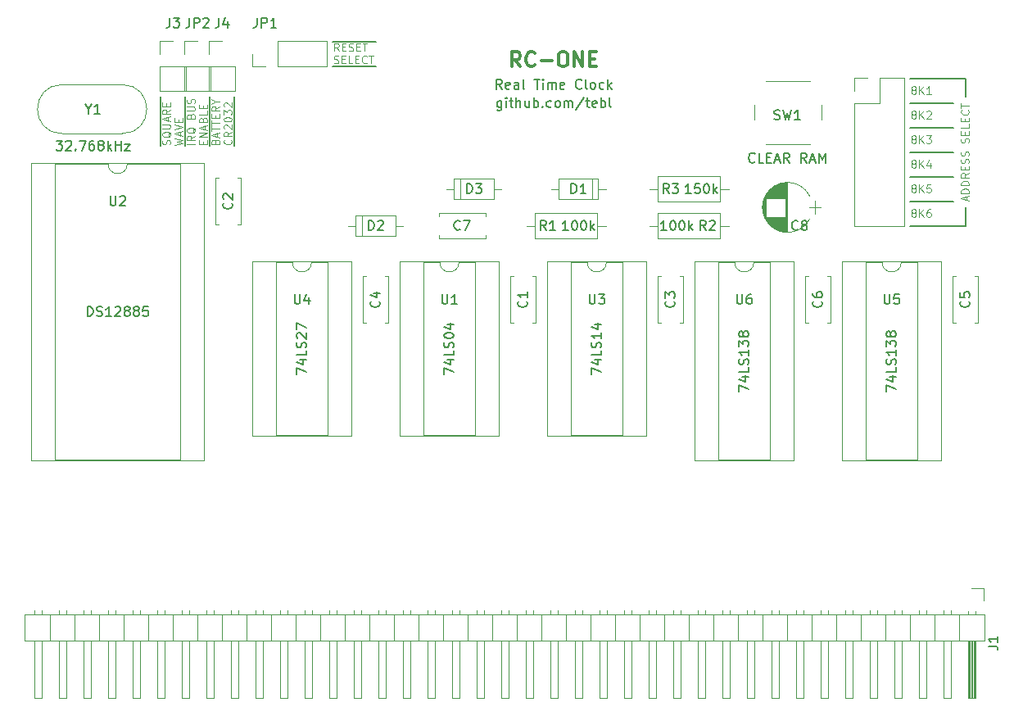
<source format=gto>
G04 #@! TF.FileFunction,Legend,Top*
%FSLAX46Y46*%
G04 Gerber Fmt 4.6, Leading zero omitted, Abs format (unit mm)*
G04 Created by KiCad (PCBNEW 4.0.7) date 09/25/19 15:54:21*
%MOMM*%
%LPD*%
G01*
G04 APERTURE LIST*
%ADD10C,0.100000*%
%ADD11C,0.150000*%
%ADD12C,0.200000*%
%ADD13C,0.300000*%
%ADD14C,0.120000*%
G04 APERTURE END LIST*
D10*
D11*
X170632857Y-101957143D02*
X170585238Y-102004762D01*
X170442381Y-102052381D01*
X170347143Y-102052381D01*
X170204285Y-102004762D01*
X170109047Y-101909524D01*
X170061428Y-101814286D01*
X170013809Y-101623810D01*
X170013809Y-101480952D01*
X170061428Y-101290476D01*
X170109047Y-101195238D01*
X170204285Y-101100000D01*
X170347143Y-101052381D01*
X170442381Y-101052381D01*
X170585238Y-101100000D01*
X170632857Y-101147619D01*
X171537619Y-102052381D02*
X171061428Y-102052381D01*
X171061428Y-101052381D01*
X171870952Y-101528571D02*
X172204286Y-101528571D01*
X172347143Y-102052381D02*
X171870952Y-102052381D01*
X171870952Y-101052381D01*
X172347143Y-101052381D01*
X172728095Y-101766667D02*
X173204286Y-101766667D01*
X172632857Y-102052381D02*
X172966190Y-101052381D01*
X173299524Y-102052381D01*
X174204286Y-102052381D02*
X173870952Y-101576190D01*
X173632857Y-102052381D02*
X173632857Y-101052381D01*
X174013810Y-101052381D01*
X174109048Y-101100000D01*
X174156667Y-101147619D01*
X174204286Y-101242857D01*
X174204286Y-101385714D01*
X174156667Y-101480952D01*
X174109048Y-101528571D01*
X174013810Y-101576190D01*
X173632857Y-101576190D01*
X175966191Y-102052381D02*
X175632857Y-101576190D01*
X175394762Y-102052381D02*
X175394762Y-101052381D01*
X175775715Y-101052381D01*
X175870953Y-101100000D01*
X175918572Y-101147619D01*
X175966191Y-101242857D01*
X175966191Y-101385714D01*
X175918572Y-101480952D01*
X175870953Y-101528571D01*
X175775715Y-101576190D01*
X175394762Y-101576190D01*
X176347143Y-101766667D02*
X176823334Y-101766667D01*
X176251905Y-102052381D02*
X176585238Y-101052381D01*
X176918572Y-102052381D01*
X177251905Y-102052381D02*
X177251905Y-101052381D01*
X177585239Y-101766667D01*
X177918572Y-101052381D01*
X177918572Y-102052381D01*
D12*
X192405000Y-95250000D02*
X192405000Y-93980000D01*
X192405000Y-107950000D02*
X192405000Y-106680000D01*
D10*
X127152381Y-91763810D02*
X127266667Y-91801905D01*
X127457143Y-91801905D01*
X127533333Y-91763810D01*
X127571429Y-91725714D01*
X127609524Y-91649524D01*
X127609524Y-91573333D01*
X127571429Y-91497143D01*
X127533333Y-91459048D01*
X127457143Y-91420952D01*
X127304762Y-91382857D01*
X127228571Y-91344762D01*
X127190476Y-91306667D01*
X127152381Y-91230476D01*
X127152381Y-91154286D01*
X127190476Y-91078095D01*
X127228571Y-91040000D01*
X127304762Y-91001905D01*
X127495238Y-91001905D01*
X127609524Y-91040000D01*
X127952381Y-91382857D02*
X128219048Y-91382857D01*
X128333334Y-91801905D02*
X127952381Y-91801905D01*
X127952381Y-91001905D01*
X128333334Y-91001905D01*
X129057144Y-91801905D02*
X128676191Y-91801905D01*
X128676191Y-91001905D01*
X129323810Y-91382857D02*
X129590477Y-91382857D01*
X129704763Y-91801905D02*
X129323810Y-91801905D01*
X129323810Y-91001905D01*
X129704763Y-91001905D01*
X130504763Y-91725714D02*
X130466668Y-91763810D01*
X130352382Y-91801905D01*
X130276192Y-91801905D01*
X130161906Y-91763810D01*
X130085715Y-91687619D01*
X130047620Y-91611429D01*
X130009525Y-91459048D01*
X130009525Y-91344762D01*
X130047620Y-91192381D01*
X130085715Y-91116190D01*
X130161906Y-91040000D01*
X130276192Y-91001905D01*
X130352382Y-91001905D01*
X130466668Y-91040000D01*
X130504763Y-91078095D01*
X130733334Y-91001905D02*
X131190477Y-91001905D01*
X130961906Y-91801905D02*
X130961906Y-91001905D01*
X127647619Y-90531905D02*
X127380952Y-90150952D01*
X127190476Y-90531905D02*
X127190476Y-89731905D01*
X127495238Y-89731905D01*
X127571429Y-89770000D01*
X127609524Y-89808095D01*
X127647619Y-89884286D01*
X127647619Y-89998571D01*
X127609524Y-90074762D01*
X127571429Y-90112857D01*
X127495238Y-90150952D01*
X127190476Y-90150952D01*
X127990476Y-90112857D02*
X128257143Y-90112857D01*
X128371429Y-90531905D02*
X127990476Y-90531905D01*
X127990476Y-89731905D01*
X128371429Y-89731905D01*
X128676191Y-90493810D02*
X128790477Y-90531905D01*
X128980953Y-90531905D01*
X129057143Y-90493810D01*
X129095239Y-90455714D01*
X129133334Y-90379524D01*
X129133334Y-90303333D01*
X129095239Y-90227143D01*
X129057143Y-90189048D01*
X128980953Y-90150952D01*
X128828572Y-90112857D01*
X128752381Y-90074762D01*
X128714286Y-90036667D01*
X128676191Y-89960476D01*
X128676191Y-89884286D01*
X128714286Y-89808095D01*
X128752381Y-89770000D01*
X128828572Y-89731905D01*
X129019048Y-89731905D01*
X129133334Y-89770000D01*
X129476191Y-90112857D02*
X129742858Y-90112857D01*
X129857144Y-90531905D02*
X129476191Y-90531905D01*
X129476191Y-89731905D01*
X129857144Y-89731905D01*
X130085715Y-89731905D02*
X130542858Y-89731905D01*
X130314287Y-90531905D02*
X130314287Y-89731905D01*
D12*
X131445000Y-92075000D02*
X127000000Y-92075000D01*
X131445000Y-89535000D02*
X127000000Y-89535000D01*
D10*
X116490714Y-99682381D02*
X116528810Y-99720476D01*
X116566905Y-99834762D01*
X116566905Y-99910952D01*
X116528810Y-100025238D01*
X116452619Y-100101429D01*
X116376429Y-100139524D01*
X116224048Y-100177619D01*
X116109762Y-100177619D01*
X115957381Y-100139524D01*
X115881190Y-100101429D01*
X115805000Y-100025238D01*
X115766905Y-99910952D01*
X115766905Y-99834762D01*
X115805000Y-99720476D01*
X115843095Y-99682381D01*
X116566905Y-98882381D02*
X116185952Y-99149048D01*
X116566905Y-99339524D02*
X115766905Y-99339524D01*
X115766905Y-99034762D01*
X115805000Y-98958571D01*
X115843095Y-98920476D01*
X115919286Y-98882381D01*
X116033571Y-98882381D01*
X116109762Y-98920476D01*
X116147857Y-98958571D01*
X116185952Y-99034762D01*
X116185952Y-99339524D01*
X115843095Y-98577619D02*
X115805000Y-98539524D01*
X115766905Y-98463333D01*
X115766905Y-98272857D01*
X115805000Y-98196667D01*
X115843095Y-98158571D01*
X115919286Y-98120476D01*
X115995476Y-98120476D01*
X116109762Y-98158571D01*
X116566905Y-98615714D01*
X116566905Y-98120476D01*
X115766905Y-97625238D02*
X115766905Y-97549047D01*
X115805000Y-97472857D01*
X115843095Y-97434762D01*
X115919286Y-97396666D01*
X116071667Y-97358571D01*
X116262143Y-97358571D01*
X116414524Y-97396666D01*
X116490714Y-97434762D01*
X116528810Y-97472857D01*
X116566905Y-97549047D01*
X116566905Y-97625238D01*
X116528810Y-97701428D01*
X116490714Y-97739524D01*
X116414524Y-97777619D01*
X116262143Y-97815714D01*
X116071667Y-97815714D01*
X115919286Y-97777619D01*
X115843095Y-97739524D01*
X115805000Y-97701428D01*
X115766905Y-97625238D01*
X115766905Y-97091904D02*
X115766905Y-96596666D01*
X116071667Y-96863333D01*
X116071667Y-96749047D01*
X116109762Y-96672857D01*
X116147857Y-96634761D01*
X116224048Y-96596666D01*
X116414524Y-96596666D01*
X116490714Y-96634761D01*
X116528810Y-96672857D01*
X116566905Y-96749047D01*
X116566905Y-96977619D01*
X116528810Y-97053809D01*
X116490714Y-97091904D01*
X115843095Y-96291904D02*
X115805000Y-96253809D01*
X115766905Y-96177618D01*
X115766905Y-95987142D01*
X115805000Y-95910952D01*
X115843095Y-95872856D01*
X115919286Y-95834761D01*
X115995476Y-95834761D01*
X116109762Y-95872856D01*
X116566905Y-96329999D01*
X116566905Y-95834761D01*
X114877857Y-99872857D02*
X114915952Y-99758571D01*
X114954048Y-99720476D01*
X115030238Y-99682381D01*
X115144524Y-99682381D01*
X115220714Y-99720476D01*
X115258810Y-99758571D01*
X115296905Y-99834762D01*
X115296905Y-100139524D01*
X114496905Y-100139524D01*
X114496905Y-99872857D01*
X114535000Y-99796667D01*
X114573095Y-99758571D01*
X114649286Y-99720476D01*
X114725476Y-99720476D01*
X114801667Y-99758571D01*
X114839762Y-99796667D01*
X114877857Y-99872857D01*
X114877857Y-100139524D01*
X115068333Y-99377619D02*
X115068333Y-98996667D01*
X115296905Y-99453810D02*
X114496905Y-99187143D01*
X115296905Y-98920476D01*
X114496905Y-98768096D02*
X114496905Y-98310953D01*
X115296905Y-98539524D02*
X114496905Y-98539524D01*
X114496905Y-98158572D02*
X114496905Y-97701429D01*
X115296905Y-97930000D02*
X114496905Y-97930000D01*
X114877857Y-97434762D02*
X114877857Y-97168095D01*
X115296905Y-97053809D02*
X115296905Y-97434762D01*
X114496905Y-97434762D01*
X114496905Y-97053809D01*
X115296905Y-96253809D02*
X114915952Y-96520476D01*
X115296905Y-96710952D02*
X114496905Y-96710952D01*
X114496905Y-96406190D01*
X114535000Y-96329999D01*
X114573095Y-96291904D01*
X114649286Y-96253809D01*
X114763571Y-96253809D01*
X114839762Y-96291904D01*
X114877857Y-96329999D01*
X114915952Y-96406190D01*
X114915952Y-96710952D01*
X114915952Y-95758571D02*
X115296905Y-95758571D01*
X114496905Y-96025238D02*
X114915952Y-95758571D01*
X114496905Y-95491904D01*
X113607857Y-100139524D02*
X113607857Y-99872857D01*
X114026905Y-99758571D02*
X114026905Y-100139524D01*
X113226905Y-100139524D01*
X113226905Y-99758571D01*
X114026905Y-99415714D02*
X113226905Y-99415714D01*
X114026905Y-98958571D01*
X113226905Y-98958571D01*
X113798333Y-98615714D02*
X113798333Y-98234762D01*
X114026905Y-98691905D02*
X113226905Y-98425238D01*
X114026905Y-98158571D01*
X113607857Y-97625238D02*
X113645952Y-97510952D01*
X113684048Y-97472857D01*
X113760238Y-97434762D01*
X113874524Y-97434762D01*
X113950714Y-97472857D01*
X113988810Y-97510952D01*
X114026905Y-97587143D01*
X114026905Y-97891905D01*
X113226905Y-97891905D01*
X113226905Y-97625238D01*
X113265000Y-97549048D01*
X113303095Y-97510952D01*
X113379286Y-97472857D01*
X113455476Y-97472857D01*
X113531667Y-97510952D01*
X113569762Y-97549048D01*
X113607857Y-97625238D01*
X113607857Y-97891905D01*
X114026905Y-96710952D02*
X114026905Y-97091905D01*
X113226905Y-97091905D01*
X113607857Y-96444286D02*
X113607857Y-96177619D01*
X114026905Y-96063333D02*
X114026905Y-96444286D01*
X113226905Y-96444286D01*
X113226905Y-96063333D01*
X112756905Y-100139524D02*
X111956905Y-100139524D01*
X112756905Y-99301429D02*
X112375952Y-99568096D01*
X112756905Y-99758572D02*
X111956905Y-99758572D01*
X111956905Y-99453810D01*
X111995000Y-99377619D01*
X112033095Y-99339524D01*
X112109286Y-99301429D01*
X112223571Y-99301429D01*
X112299762Y-99339524D01*
X112337857Y-99377619D01*
X112375952Y-99453810D01*
X112375952Y-99758572D01*
X112833095Y-98425238D02*
X112795000Y-98501429D01*
X112718810Y-98577619D01*
X112604524Y-98691905D01*
X112566429Y-98768096D01*
X112566429Y-98844286D01*
X112756905Y-98806191D02*
X112718810Y-98882381D01*
X112642619Y-98958572D01*
X112490238Y-98996667D01*
X112223571Y-98996667D01*
X112071190Y-98958572D01*
X111995000Y-98882381D01*
X111956905Y-98806191D01*
X111956905Y-98653810D01*
X111995000Y-98577619D01*
X112071190Y-98501429D01*
X112223571Y-98463334D01*
X112490238Y-98463334D01*
X112642619Y-98501429D01*
X112718810Y-98577619D01*
X112756905Y-98653810D01*
X112756905Y-98806191D01*
X112337857Y-97244286D02*
X112375952Y-97130000D01*
X112414048Y-97091905D01*
X112490238Y-97053810D01*
X112604524Y-97053810D01*
X112680714Y-97091905D01*
X112718810Y-97130000D01*
X112756905Y-97206191D01*
X112756905Y-97510953D01*
X111956905Y-97510953D01*
X111956905Y-97244286D01*
X111995000Y-97168096D01*
X112033095Y-97130000D01*
X112109286Y-97091905D01*
X112185476Y-97091905D01*
X112261667Y-97130000D01*
X112299762Y-97168096D01*
X112337857Y-97244286D01*
X112337857Y-97510953D01*
X111956905Y-96710953D02*
X112604524Y-96710953D01*
X112680714Y-96672858D01*
X112718810Y-96634762D01*
X112756905Y-96558572D01*
X112756905Y-96406191D01*
X112718810Y-96330000D01*
X112680714Y-96291905D01*
X112604524Y-96253810D01*
X111956905Y-96253810D01*
X112718810Y-95910953D02*
X112756905Y-95796667D01*
X112756905Y-95606191D01*
X112718810Y-95530001D01*
X112680714Y-95491905D01*
X112604524Y-95453810D01*
X112528333Y-95453810D01*
X112452143Y-95491905D01*
X112414048Y-95530001D01*
X112375952Y-95606191D01*
X112337857Y-95758572D01*
X112299762Y-95834763D01*
X112261667Y-95872858D01*
X112185476Y-95910953D01*
X112109286Y-95910953D01*
X112033095Y-95872858D01*
X111995000Y-95834763D01*
X111956905Y-95758572D01*
X111956905Y-95568096D01*
X111995000Y-95453810D01*
X110686905Y-100215714D02*
X111486905Y-100025238D01*
X110915476Y-99872857D01*
X111486905Y-99720476D01*
X110686905Y-99530000D01*
X111258333Y-99263333D02*
X111258333Y-98882381D01*
X111486905Y-99339524D02*
X110686905Y-99072857D01*
X111486905Y-98806190D01*
X110686905Y-98653810D02*
X111486905Y-98387143D01*
X110686905Y-98120476D01*
X111067857Y-97853810D02*
X111067857Y-97587143D01*
X111486905Y-97472857D02*
X111486905Y-97853810D01*
X110686905Y-97853810D01*
X110686905Y-97472857D01*
X110178810Y-100177619D02*
X110216905Y-100063333D01*
X110216905Y-99872857D01*
X110178810Y-99796667D01*
X110140714Y-99758571D01*
X110064524Y-99720476D01*
X109988333Y-99720476D01*
X109912143Y-99758571D01*
X109874048Y-99796667D01*
X109835952Y-99872857D01*
X109797857Y-100025238D01*
X109759762Y-100101429D01*
X109721667Y-100139524D01*
X109645476Y-100177619D01*
X109569286Y-100177619D01*
X109493095Y-100139524D01*
X109455000Y-100101429D01*
X109416905Y-100025238D01*
X109416905Y-99834762D01*
X109455000Y-99720476D01*
X110293095Y-98844285D02*
X110255000Y-98920476D01*
X110178810Y-98996666D01*
X110064524Y-99110952D01*
X110026429Y-99187143D01*
X110026429Y-99263333D01*
X110216905Y-99225238D02*
X110178810Y-99301428D01*
X110102619Y-99377619D01*
X109950238Y-99415714D01*
X109683571Y-99415714D01*
X109531190Y-99377619D01*
X109455000Y-99301428D01*
X109416905Y-99225238D01*
X109416905Y-99072857D01*
X109455000Y-98996666D01*
X109531190Y-98920476D01*
X109683571Y-98882381D01*
X109950238Y-98882381D01*
X110102619Y-98920476D01*
X110178810Y-98996666D01*
X110216905Y-99072857D01*
X110216905Y-99225238D01*
X109416905Y-98539524D02*
X110064524Y-98539524D01*
X110140714Y-98501429D01*
X110178810Y-98463333D01*
X110216905Y-98387143D01*
X110216905Y-98234762D01*
X110178810Y-98158571D01*
X110140714Y-98120476D01*
X110064524Y-98082381D01*
X109416905Y-98082381D01*
X109988333Y-97739524D02*
X109988333Y-97358572D01*
X110216905Y-97815715D02*
X109416905Y-97549048D01*
X110216905Y-97282381D01*
X110216905Y-96558572D02*
X109835952Y-96825239D01*
X110216905Y-97015715D02*
X109416905Y-97015715D01*
X109416905Y-96710953D01*
X109455000Y-96634762D01*
X109493095Y-96596667D01*
X109569286Y-96558572D01*
X109683571Y-96558572D01*
X109759762Y-96596667D01*
X109797857Y-96634762D01*
X109835952Y-96710953D01*
X109835952Y-97015715D01*
X109797857Y-96215715D02*
X109797857Y-95949048D01*
X110216905Y-95834762D02*
X110216905Y-96215715D01*
X109416905Y-96215715D01*
X109416905Y-95834762D01*
D12*
X116840000Y-95250000D02*
X116840000Y-100330000D01*
X114300000Y-95250000D02*
X114300000Y-100330000D01*
X111760000Y-95250000D02*
X111760000Y-100330000D01*
X109220000Y-95250000D02*
X109220000Y-100330000D01*
D11*
X144455238Y-95670714D02*
X144455238Y-96480238D01*
X144407619Y-96575476D01*
X144360000Y-96623095D01*
X144264761Y-96670714D01*
X144121904Y-96670714D01*
X144026666Y-96623095D01*
X144455238Y-96289762D02*
X144360000Y-96337381D01*
X144169523Y-96337381D01*
X144074285Y-96289762D01*
X144026666Y-96242143D01*
X143979047Y-96146905D01*
X143979047Y-95861190D01*
X144026666Y-95765952D01*
X144074285Y-95718333D01*
X144169523Y-95670714D01*
X144360000Y-95670714D01*
X144455238Y-95718333D01*
X144931428Y-96337381D02*
X144931428Y-95670714D01*
X144931428Y-95337381D02*
X144883809Y-95385000D01*
X144931428Y-95432619D01*
X144979047Y-95385000D01*
X144931428Y-95337381D01*
X144931428Y-95432619D01*
X145264761Y-95670714D02*
X145645713Y-95670714D01*
X145407618Y-95337381D02*
X145407618Y-96194524D01*
X145455237Y-96289762D01*
X145550475Y-96337381D01*
X145645713Y-96337381D01*
X145979047Y-96337381D02*
X145979047Y-95337381D01*
X146407619Y-96337381D02*
X146407619Y-95813571D01*
X146360000Y-95718333D01*
X146264762Y-95670714D01*
X146121904Y-95670714D01*
X146026666Y-95718333D01*
X145979047Y-95765952D01*
X147312381Y-95670714D02*
X147312381Y-96337381D01*
X146883809Y-95670714D02*
X146883809Y-96194524D01*
X146931428Y-96289762D01*
X147026666Y-96337381D01*
X147169524Y-96337381D01*
X147264762Y-96289762D01*
X147312381Y-96242143D01*
X147788571Y-96337381D02*
X147788571Y-95337381D01*
X147788571Y-95718333D02*
X147883809Y-95670714D01*
X148074286Y-95670714D01*
X148169524Y-95718333D01*
X148217143Y-95765952D01*
X148264762Y-95861190D01*
X148264762Y-96146905D01*
X148217143Y-96242143D01*
X148169524Y-96289762D01*
X148074286Y-96337381D01*
X147883809Y-96337381D01*
X147788571Y-96289762D01*
X148693333Y-96242143D02*
X148740952Y-96289762D01*
X148693333Y-96337381D01*
X148645714Y-96289762D01*
X148693333Y-96242143D01*
X148693333Y-96337381D01*
X149598095Y-96289762D02*
X149502857Y-96337381D01*
X149312380Y-96337381D01*
X149217142Y-96289762D01*
X149169523Y-96242143D01*
X149121904Y-96146905D01*
X149121904Y-95861190D01*
X149169523Y-95765952D01*
X149217142Y-95718333D01*
X149312380Y-95670714D01*
X149502857Y-95670714D01*
X149598095Y-95718333D01*
X150169523Y-96337381D02*
X150074285Y-96289762D01*
X150026666Y-96242143D01*
X149979047Y-96146905D01*
X149979047Y-95861190D01*
X150026666Y-95765952D01*
X150074285Y-95718333D01*
X150169523Y-95670714D01*
X150312381Y-95670714D01*
X150407619Y-95718333D01*
X150455238Y-95765952D01*
X150502857Y-95861190D01*
X150502857Y-96146905D01*
X150455238Y-96242143D01*
X150407619Y-96289762D01*
X150312381Y-96337381D01*
X150169523Y-96337381D01*
X150931428Y-96337381D02*
X150931428Y-95670714D01*
X150931428Y-95765952D02*
X150979047Y-95718333D01*
X151074285Y-95670714D01*
X151217143Y-95670714D01*
X151312381Y-95718333D01*
X151360000Y-95813571D01*
X151360000Y-96337381D01*
X151360000Y-95813571D02*
X151407619Y-95718333D01*
X151502857Y-95670714D01*
X151645714Y-95670714D01*
X151740952Y-95718333D01*
X151788571Y-95813571D01*
X151788571Y-96337381D01*
X152979047Y-95289762D02*
X152121904Y-96575476D01*
X153169523Y-95670714D02*
X153550475Y-95670714D01*
X153312380Y-95337381D02*
X153312380Y-96194524D01*
X153359999Y-96289762D01*
X153455237Y-96337381D01*
X153550475Y-96337381D01*
X154264762Y-96289762D02*
X154169524Y-96337381D01*
X153979047Y-96337381D01*
X153883809Y-96289762D01*
X153836190Y-96194524D01*
X153836190Y-95813571D01*
X153883809Y-95718333D01*
X153979047Y-95670714D01*
X154169524Y-95670714D01*
X154264762Y-95718333D01*
X154312381Y-95813571D01*
X154312381Y-95908810D01*
X153836190Y-96004048D01*
X154740952Y-96337381D02*
X154740952Y-95337381D01*
X154740952Y-95718333D02*
X154836190Y-95670714D01*
X155026667Y-95670714D01*
X155121905Y-95718333D01*
X155169524Y-95765952D01*
X155217143Y-95861190D01*
X155217143Y-96146905D01*
X155169524Y-96242143D01*
X155121905Y-96289762D01*
X155026667Y-96337381D01*
X154836190Y-96337381D01*
X154740952Y-96289762D01*
X155788571Y-96337381D02*
X155693333Y-96289762D01*
X155645714Y-96194524D01*
X155645714Y-95337381D01*
X144502857Y-94432381D02*
X144169523Y-93956190D01*
X143931428Y-94432381D02*
X143931428Y-93432381D01*
X144312381Y-93432381D01*
X144407619Y-93480000D01*
X144455238Y-93527619D01*
X144502857Y-93622857D01*
X144502857Y-93765714D01*
X144455238Y-93860952D01*
X144407619Y-93908571D01*
X144312381Y-93956190D01*
X143931428Y-93956190D01*
X145312381Y-94384762D02*
X145217143Y-94432381D01*
X145026666Y-94432381D01*
X144931428Y-94384762D01*
X144883809Y-94289524D01*
X144883809Y-93908571D01*
X144931428Y-93813333D01*
X145026666Y-93765714D01*
X145217143Y-93765714D01*
X145312381Y-93813333D01*
X145360000Y-93908571D01*
X145360000Y-94003810D01*
X144883809Y-94099048D01*
X146217143Y-94432381D02*
X146217143Y-93908571D01*
X146169524Y-93813333D01*
X146074286Y-93765714D01*
X145883809Y-93765714D01*
X145788571Y-93813333D01*
X146217143Y-94384762D02*
X146121905Y-94432381D01*
X145883809Y-94432381D01*
X145788571Y-94384762D01*
X145740952Y-94289524D01*
X145740952Y-94194286D01*
X145788571Y-94099048D01*
X145883809Y-94051429D01*
X146121905Y-94051429D01*
X146217143Y-94003810D01*
X146836190Y-94432381D02*
X146740952Y-94384762D01*
X146693333Y-94289524D01*
X146693333Y-93432381D01*
X147836191Y-93432381D02*
X148407620Y-93432381D01*
X148121905Y-94432381D02*
X148121905Y-93432381D01*
X148740953Y-94432381D02*
X148740953Y-93765714D01*
X148740953Y-93432381D02*
X148693334Y-93480000D01*
X148740953Y-93527619D01*
X148788572Y-93480000D01*
X148740953Y-93432381D01*
X148740953Y-93527619D01*
X149217143Y-94432381D02*
X149217143Y-93765714D01*
X149217143Y-93860952D02*
X149264762Y-93813333D01*
X149360000Y-93765714D01*
X149502858Y-93765714D01*
X149598096Y-93813333D01*
X149645715Y-93908571D01*
X149645715Y-94432381D01*
X149645715Y-93908571D02*
X149693334Y-93813333D01*
X149788572Y-93765714D01*
X149931429Y-93765714D01*
X150026667Y-93813333D01*
X150074286Y-93908571D01*
X150074286Y-94432381D01*
X150931429Y-94384762D02*
X150836191Y-94432381D01*
X150645714Y-94432381D01*
X150550476Y-94384762D01*
X150502857Y-94289524D01*
X150502857Y-93908571D01*
X150550476Y-93813333D01*
X150645714Y-93765714D01*
X150836191Y-93765714D01*
X150931429Y-93813333D01*
X150979048Y-93908571D01*
X150979048Y-94003810D01*
X150502857Y-94099048D01*
X152740953Y-94337143D02*
X152693334Y-94384762D01*
X152550477Y-94432381D01*
X152455239Y-94432381D01*
X152312381Y-94384762D01*
X152217143Y-94289524D01*
X152169524Y-94194286D01*
X152121905Y-94003810D01*
X152121905Y-93860952D01*
X152169524Y-93670476D01*
X152217143Y-93575238D01*
X152312381Y-93480000D01*
X152455239Y-93432381D01*
X152550477Y-93432381D01*
X152693334Y-93480000D01*
X152740953Y-93527619D01*
X153312381Y-94432381D02*
X153217143Y-94384762D01*
X153169524Y-94289524D01*
X153169524Y-93432381D01*
X153836191Y-94432381D02*
X153740953Y-94384762D01*
X153693334Y-94337143D01*
X153645715Y-94241905D01*
X153645715Y-93956190D01*
X153693334Y-93860952D01*
X153740953Y-93813333D01*
X153836191Y-93765714D01*
X153979049Y-93765714D01*
X154074287Y-93813333D01*
X154121906Y-93860952D01*
X154169525Y-93956190D01*
X154169525Y-94241905D01*
X154121906Y-94337143D01*
X154074287Y-94384762D01*
X153979049Y-94432381D01*
X153836191Y-94432381D01*
X155026668Y-94384762D02*
X154931430Y-94432381D01*
X154740953Y-94432381D01*
X154645715Y-94384762D01*
X154598096Y-94337143D01*
X154550477Y-94241905D01*
X154550477Y-93956190D01*
X154598096Y-93860952D01*
X154645715Y-93813333D01*
X154740953Y-93765714D01*
X154931430Y-93765714D01*
X155026668Y-93813333D01*
X155455239Y-94432381D02*
X155455239Y-93432381D01*
X155550477Y-94051429D02*
X155836192Y-94432381D01*
X155836192Y-93765714D02*
X155455239Y-94146667D01*
D13*
X146395714Y-92118571D02*
X145895714Y-91404286D01*
X145538571Y-92118571D02*
X145538571Y-90618571D01*
X146109999Y-90618571D01*
X146252857Y-90690000D01*
X146324285Y-90761429D01*
X146395714Y-90904286D01*
X146395714Y-91118571D01*
X146324285Y-91261429D01*
X146252857Y-91332857D01*
X146109999Y-91404286D01*
X145538571Y-91404286D01*
X147895714Y-91975714D02*
X147824285Y-92047143D01*
X147609999Y-92118571D01*
X147467142Y-92118571D01*
X147252857Y-92047143D01*
X147109999Y-91904286D01*
X147038571Y-91761429D01*
X146967142Y-91475714D01*
X146967142Y-91261429D01*
X147038571Y-90975714D01*
X147109999Y-90832857D01*
X147252857Y-90690000D01*
X147467142Y-90618571D01*
X147609999Y-90618571D01*
X147824285Y-90690000D01*
X147895714Y-90761429D01*
X148538571Y-91547143D02*
X149681428Y-91547143D01*
X150681428Y-90618571D02*
X150967142Y-90618571D01*
X151110000Y-90690000D01*
X151252857Y-90832857D01*
X151324285Y-91118571D01*
X151324285Y-91618571D01*
X151252857Y-91904286D01*
X151110000Y-92047143D01*
X150967142Y-92118571D01*
X150681428Y-92118571D01*
X150538571Y-92047143D01*
X150395714Y-91904286D01*
X150324285Y-91618571D01*
X150324285Y-91118571D01*
X150395714Y-90832857D01*
X150538571Y-90690000D01*
X150681428Y-90618571D01*
X151967143Y-92118571D02*
X151967143Y-90618571D01*
X152824286Y-92118571D01*
X152824286Y-90618571D01*
X153538572Y-91332857D02*
X154038572Y-91332857D01*
X154252858Y-92118571D02*
X153538572Y-92118571D01*
X153538572Y-90618571D01*
X154252858Y-90618571D01*
D10*
X186994762Y-107219762D02*
X186918571Y-107181667D01*
X186880476Y-107143571D01*
X186842381Y-107067381D01*
X186842381Y-107029286D01*
X186880476Y-106953095D01*
X186918571Y-106915000D01*
X186994762Y-106876905D01*
X187147143Y-106876905D01*
X187223333Y-106915000D01*
X187261429Y-106953095D01*
X187299524Y-107029286D01*
X187299524Y-107067381D01*
X187261429Y-107143571D01*
X187223333Y-107181667D01*
X187147143Y-107219762D01*
X186994762Y-107219762D01*
X186918571Y-107257857D01*
X186880476Y-107295952D01*
X186842381Y-107372143D01*
X186842381Y-107524524D01*
X186880476Y-107600714D01*
X186918571Y-107638810D01*
X186994762Y-107676905D01*
X187147143Y-107676905D01*
X187223333Y-107638810D01*
X187261429Y-107600714D01*
X187299524Y-107524524D01*
X187299524Y-107372143D01*
X187261429Y-107295952D01*
X187223333Y-107257857D01*
X187147143Y-107219762D01*
X187642381Y-107676905D02*
X187642381Y-106876905D01*
X188099524Y-107676905D02*
X187756667Y-107219762D01*
X188099524Y-106876905D02*
X187642381Y-107334048D01*
X188785238Y-106876905D02*
X188632857Y-106876905D01*
X188556667Y-106915000D01*
X188518572Y-106953095D01*
X188442381Y-107067381D01*
X188404286Y-107219762D01*
X188404286Y-107524524D01*
X188442381Y-107600714D01*
X188480476Y-107638810D01*
X188556667Y-107676905D01*
X188709048Y-107676905D01*
X188785238Y-107638810D01*
X188823334Y-107600714D01*
X188861429Y-107524524D01*
X188861429Y-107334048D01*
X188823334Y-107257857D01*
X188785238Y-107219762D01*
X188709048Y-107181667D01*
X188556667Y-107181667D01*
X188480476Y-107219762D01*
X188442381Y-107257857D01*
X188404286Y-107334048D01*
X186994762Y-104679762D02*
X186918571Y-104641667D01*
X186880476Y-104603571D01*
X186842381Y-104527381D01*
X186842381Y-104489286D01*
X186880476Y-104413095D01*
X186918571Y-104375000D01*
X186994762Y-104336905D01*
X187147143Y-104336905D01*
X187223333Y-104375000D01*
X187261429Y-104413095D01*
X187299524Y-104489286D01*
X187299524Y-104527381D01*
X187261429Y-104603571D01*
X187223333Y-104641667D01*
X187147143Y-104679762D01*
X186994762Y-104679762D01*
X186918571Y-104717857D01*
X186880476Y-104755952D01*
X186842381Y-104832143D01*
X186842381Y-104984524D01*
X186880476Y-105060714D01*
X186918571Y-105098810D01*
X186994762Y-105136905D01*
X187147143Y-105136905D01*
X187223333Y-105098810D01*
X187261429Y-105060714D01*
X187299524Y-104984524D01*
X187299524Y-104832143D01*
X187261429Y-104755952D01*
X187223333Y-104717857D01*
X187147143Y-104679762D01*
X187642381Y-105136905D02*
X187642381Y-104336905D01*
X188099524Y-105136905D02*
X187756667Y-104679762D01*
X188099524Y-104336905D02*
X187642381Y-104794048D01*
X188823334Y-104336905D02*
X188442381Y-104336905D01*
X188404286Y-104717857D01*
X188442381Y-104679762D01*
X188518572Y-104641667D01*
X188709048Y-104641667D01*
X188785238Y-104679762D01*
X188823334Y-104717857D01*
X188861429Y-104794048D01*
X188861429Y-104984524D01*
X188823334Y-105060714D01*
X188785238Y-105098810D01*
X188709048Y-105136905D01*
X188518572Y-105136905D01*
X188442381Y-105098810D01*
X188404286Y-105060714D01*
X186994762Y-102139762D02*
X186918571Y-102101667D01*
X186880476Y-102063571D01*
X186842381Y-101987381D01*
X186842381Y-101949286D01*
X186880476Y-101873095D01*
X186918571Y-101835000D01*
X186994762Y-101796905D01*
X187147143Y-101796905D01*
X187223333Y-101835000D01*
X187261429Y-101873095D01*
X187299524Y-101949286D01*
X187299524Y-101987381D01*
X187261429Y-102063571D01*
X187223333Y-102101667D01*
X187147143Y-102139762D01*
X186994762Y-102139762D01*
X186918571Y-102177857D01*
X186880476Y-102215952D01*
X186842381Y-102292143D01*
X186842381Y-102444524D01*
X186880476Y-102520714D01*
X186918571Y-102558810D01*
X186994762Y-102596905D01*
X187147143Y-102596905D01*
X187223333Y-102558810D01*
X187261429Y-102520714D01*
X187299524Y-102444524D01*
X187299524Y-102292143D01*
X187261429Y-102215952D01*
X187223333Y-102177857D01*
X187147143Y-102139762D01*
X187642381Y-102596905D02*
X187642381Y-101796905D01*
X188099524Y-102596905D02*
X187756667Y-102139762D01*
X188099524Y-101796905D02*
X187642381Y-102254048D01*
X188785238Y-102063571D02*
X188785238Y-102596905D01*
X188594762Y-101758810D02*
X188404286Y-102330238D01*
X188899524Y-102330238D01*
X186994762Y-99599762D02*
X186918571Y-99561667D01*
X186880476Y-99523571D01*
X186842381Y-99447381D01*
X186842381Y-99409286D01*
X186880476Y-99333095D01*
X186918571Y-99295000D01*
X186994762Y-99256905D01*
X187147143Y-99256905D01*
X187223333Y-99295000D01*
X187261429Y-99333095D01*
X187299524Y-99409286D01*
X187299524Y-99447381D01*
X187261429Y-99523571D01*
X187223333Y-99561667D01*
X187147143Y-99599762D01*
X186994762Y-99599762D01*
X186918571Y-99637857D01*
X186880476Y-99675952D01*
X186842381Y-99752143D01*
X186842381Y-99904524D01*
X186880476Y-99980714D01*
X186918571Y-100018810D01*
X186994762Y-100056905D01*
X187147143Y-100056905D01*
X187223333Y-100018810D01*
X187261429Y-99980714D01*
X187299524Y-99904524D01*
X187299524Y-99752143D01*
X187261429Y-99675952D01*
X187223333Y-99637857D01*
X187147143Y-99599762D01*
X187642381Y-100056905D02*
X187642381Y-99256905D01*
X188099524Y-100056905D02*
X187756667Y-99599762D01*
X188099524Y-99256905D02*
X187642381Y-99714048D01*
X188366191Y-99256905D02*
X188861429Y-99256905D01*
X188594762Y-99561667D01*
X188709048Y-99561667D01*
X188785238Y-99599762D01*
X188823334Y-99637857D01*
X188861429Y-99714048D01*
X188861429Y-99904524D01*
X188823334Y-99980714D01*
X188785238Y-100018810D01*
X188709048Y-100056905D01*
X188480476Y-100056905D01*
X188404286Y-100018810D01*
X188366191Y-99980714D01*
X186994762Y-97059762D02*
X186918571Y-97021667D01*
X186880476Y-96983571D01*
X186842381Y-96907381D01*
X186842381Y-96869286D01*
X186880476Y-96793095D01*
X186918571Y-96755000D01*
X186994762Y-96716905D01*
X187147143Y-96716905D01*
X187223333Y-96755000D01*
X187261429Y-96793095D01*
X187299524Y-96869286D01*
X187299524Y-96907381D01*
X187261429Y-96983571D01*
X187223333Y-97021667D01*
X187147143Y-97059762D01*
X186994762Y-97059762D01*
X186918571Y-97097857D01*
X186880476Y-97135952D01*
X186842381Y-97212143D01*
X186842381Y-97364524D01*
X186880476Y-97440714D01*
X186918571Y-97478810D01*
X186994762Y-97516905D01*
X187147143Y-97516905D01*
X187223333Y-97478810D01*
X187261429Y-97440714D01*
X187299524Y-97364524D01*
X187299524Y-97212143D01*
X187261429Y-97135952D01*
X187223333Y-97097857D01*
X187147143Y-97059762D01*
X187642381Y-97516905D02*
X187642381Y-96716905D01*
X188099524Y-97516905D02*
X187756667Y-97059762D01*
X188099524Y-96716905D02*
X187642381Y-97174048D01*
X188404286Y-96793095D02*
X188442381Y-96755000D01*
X188518572Y-96716905D01*
X188709048Y-96716905D01*
X188785238Y-96755000D01*
X188823334Y-96793095D01*
X188861429Y-96869286D01*
X188861429Y-96945476D01*
X188823334Y-97059762D01*
X188366191Y-97516905D01*
X188861429Y-97516905D01*
X192538333Y-105917382D02*
X192538333Y-105536430D01*
X192766905Y-105993573D02*
X191966905Y-105726906D01*
X192766905Y-105460239D01*
X192766905Y-105193573D02*
X191966905Y-105193573D01*
X191966905Y-105003097D01*
X192005000Y-104888811D01*
X192081190Y-104812620D01*
X192157381Y-104774525D01*
X192309762Y-104736430D01*
X192424048Y-104736430D01*
X192576429Y-104774525D01*
X192652619Y-104812620D01*
X192728810Y-104888811D01*
X192766905Y-105003097D01*
X192766905Y-105193573D01*
X192766905Y-104393573D02*
X191966905Y-104393573D01*
X191966905Y-104203097D01*
X192005000Y-104088811D01*
X192081190Y-104012620D01*
X192157381Y-103974525D01*
X192309762Y-103936430D01*
X192424048Y-103936430D01*
X192576429Y-103974525D01*
X192652619Y-104012620D01*
X192728810Y-104088811D01*
X192766905Y-104203097D01*
X192766905Y-104393573D01*
X192766905Y-103136430D02*
X192385952Y-103403097D01*
X192766905Y-103593573D02*
X191966905Y-103593573D01*
X191966905Y-103288811D01*
X192005000Y-103212620D01*
X192043095Y-103174525D01*
X192119286Y-103136430D01*
X192233571Y-103136430D01*
X192309762Y-103174525D01*
X192347857Y-103212620D01*
X192385952Y-103288811D01*
X192385952Y-103593573D01*
X192347857Y-102793573D02*
X192347857Y-102526906D01*
X192766905Y-102412620D02*
X192766905Y-102793573D01*
X191966905Y-102793573D01*
X191966905Y-102412620D01*
X192728810Y-102107858D02*
X192766905Y-101993572D01*
X192766905Y-101803096D01*
X192728810Y-101726906D01*
X192690714Y-101688810D01*
X192614524Y-101650715D01*
X192538333Y-101650715D01*
X192462143Y-101688810D01*
X192424048Y-101726906D01*
X192385952Y-101803096D01*
X192347857Y-101955477D01*
X192309762Y-102031668D01*
X192271667Y-102069763D01*
X192195476Y-102107858D01*
X192119286Y-102107858D01*
X192043095Y-102069763D01*
X192005000Y-102031668D01*
X191966905Y-101955477D01*
X191966905Y-101765001D01*
X192005000Y-101650715D01*
X192728810Y-101345953D02*
X192766905Y-101231667D01*
X192766905Y-101041191D01*
X192728810Y-100965001D01*
X192690714Y-100926905D01*
X192614524Y-100888810D01*
X192538333Y-100888810D01*
X192462143Y-100926905D01*
X192424048Y-100965001D01*
X192385952Y-101041191D01*
X192347857Y-101193572D01*
X192309762Y-101269763D01*
X192271667Y-101307858D01*
X192195476Y-101345953D01*
X192119286Y-101345953D01*
X192043095Y-101307858D01*
X192005000Y-101269763D01*
X191966905Y-101193572D01*
X191966905Y-101003096D01*
X192005000Y-100888810D01*
X192728810Y-99974524D02*
X192766905Y-99860238D01*
X192766905Y-99669762D01*
X192728810Y-99593572D01*
X192690714Y-99555476D01*
X192614524Y-99517381D01*
X192538333Y-99517381D01*
X192462143Y-99555476D01*
X192424048Y-99593572D01*
X192385952Y-99669762D01*
X192347857Y-99822143D01*
X192309762Y-99898334D01*
X192271667Y-99936429D01*
X192195476Y-99974524D01*
X192119286Y-99974524D01*
X192043095Y-99936429D01*
X192005000Y-99898334D01*
X191966905Y-99822143D01*
X191966905Y-99631667D01*
X192005000Y-99517381D01*
X192347857Y-99174524D02*
X192347857Y-98907857D01*
X192766905Y-98793571D02*
X192766905Y-99174524D01*
X191966905Y-99174524D01*
X191966905Y-98793571D01*
X192766905Y-98069761D02*
X192766905Y-98450714D01*
X191966905Y-98450714D01*
X192347857Y-97803095D02*
X192347857Y-97536428D01*
X192766905Y-97422142D02*
X192766905Y-97803095D01*
X191966905Y-97803095D01*
X191966905Y-97422142D01*
X192690714Y-96622142D02*
X192728810Y-96660237D01*
X192766905Y-96774523D01*
X192766905Y-96850713D01*
X192728810Y-96964999D01*
X192652619Y-97041190D01*
X192576429Y-97079285D01*
X192424048Y-97117380D01*
X192309762Y-97117380D01*
X192157381Y-97079285D01*
X192081190Y-97041190D01*
X192005000Y-96964999D01*
X191966905Y-96850713D01*
X191966905Y-96774523D01*
X192005000Y-96660237D01*
X192043095Y-96622142D01*
X191966905Y-96393571D02*
X191966905Y-95936428D01*
X192766905Y-96164999D02*
X191966905Y-96164999D01*
D12*
X192405000Y-108585000D02*
X192405000Y-107950000D01*
X186690000Y-108585000D02*
X192405000Y-108585000D01*
X192405000Y-93345000D02*
X192405000Y-93980000D01*
X186690000Y-93345000D02*
X192405000Y-93345000D01*
X186690000Y-106045000D02*
X191135000Y-106045000D01*
X186690000Y-103505000D02*
X191135000Y-103505000D01*
X186690000Y-100965000D02*
X191135000Y-100965000D01*
X186690000Y-98425000D02*
X191135000Y-98425000D01*
X186690000Y-95885000D02*
X191135000Y-95885000D01*
D10*
X186994762Y-94519762D02*
X186918571Y-94481667D01*
X186880476Y-94443571D01*
X186842381Y-94367381D01*
X186842381Y-94329286D01*
X186880476Y-94253095D01*
X186918571Y-94215000D01*
X186994762Y-94176905D01*
X187147143Y-94176905D01*
X187223333Y-94215000D01*
X187261429Y-94253095D01*
X187299524Y-94329286D01*
X187299524Y-94367381D01*
X187261429Y-94443571D01*
X187223333Y-94481667D01*
X187147143Y-94519762D01*
X186994762Y-94519762D01*
X186918571Y-94557857D01*
X186880476Y-94595952D01*
X186842381Y-94672143D01*
X186842381Y-94824524D01*
X186880476Y-94900714D01*
X186918571Y-94938810D01*
X186994762Y-94976905D01*
X187147143Y-94976905D01*
X187223333Y-94938810D01*
X187261429Y-94900714D01*
X187299524Y-94824524D01*
X187299524Y-94672143D01*
X187261429Y-94595952D01*
X187223333Y-94557857D01*
X187147143Y-94519762D01*
X187642381Y-94976905D02*
X187642381Y-94176905D01*
X188099524Y-94976905D02*
X187756667Y-94519762D01*
X188099524Y-94176905D02*
X187642381Y-94634048D01*
X188861429Y-94976905D02*
X188404286Y-94976905D01*
X188632857Y-94976905D02*
X188632857Y-94176905D01*
X188556667Y-94291190D01*
X188480476Y-94367381D01*
X188404286Y-94405476D01*
D14*
X147995000Y-113755000D02*
X147995000Y-118575000D01*
X145375000Y-113755000D02*
X145375000Y-118575000D01*
X147995000Y-113755000D02*
X147681000Y-113755000D01*
X145689000Y-113755000D02*
X145375000Y-113755000D01*
X147995000Y-118575000D02*
X147681000Y-118575000D01*
X145689000Y-118575000D02*
X145375000Y-118575000D01*
X117515000Y-103595000D02*
X117515000Y-108415000D01*
X114895000Y-103595000D02*
X114895000Y-108415000D01*
X117515000Y-103595000D02*
X117201000Y-103595000D01*
X115209000Y-103595000D02*
X114895000Y-103595000D01*
X117515000Y-108415000D02*
X117201000Y-108415000D01*
X115209000Y-108415000D02*
X114895000Y-108415000D01*
X163235000Y-113755000D02*
X163235000Y-118575000D01*
X160615000Y-113755000D02*
X160615000Y-118575000D01*
X163235000Y-113755000D02*
X162921000Y-113755000D01*
X160929000Y-113755000D02*
X160615000Y-113755000D01*
X163235000Y-118575000D02*
X162921000Y-118575000D01*
X160929000Y-118575000D02*
X160615000Y-118575000D01*
X132755000Y-113755000D02*
X132755000Y-118575000D01*
X130135000Y-113755000D02*
X130135000Y-118575000D01*
X132755000Y-113755000D02*
X132441000Y-113755000D01*
X130449000Y-113755000D02*
X130135000Y-113755000D01*
X132755000Y-118575000D02*
X132441000Y-118575000D01*
X130449000Y-118575000D02*
X130135000Y-118575000D01*
X193715000Y-113755000D02*
X193715000Y-118575000D01*
X191095000Y-113755000D02*
X191095000Y-118575000D01*
X193715000Y-113755000D02*
X193401000Y-113755000D01*
X191409000Y-113755000D02*
X191095000Y-113755000D01*
X193715000Y-118575000D02*
X193401000Y-118575000D01*
X191409000Y-118575000D02*
X191095000Y-118575000D01*
X178475000Y-113755000D02*
X178475000Y-118575000D01*
X175855000Y-113755000D02*
X175855000Y-118575000D01*
X178475000Y-113755000D02*
X178161000Y-113755000D01*
X176169000Y-113755000D02*
X175855000Y-113755000D01*
X178475000Y-118575000D02*
X178161000Y-118575000D01*
X176169000Y-118575000D02*
X175855000Y-118575000D01*
X142785000Y-109895000D02*
X137965000Y-109895000D01*
X142785000Y-107275000D02*
X137965000Y-107275000D01*
X142785000Y-109895000D02*
X142785000Y-109581000D01*
X142785000Y-107589000D02*
X142785000Y-107275000D01*
X137965000Y-109895000D02*
X137965000Y-109581000D01*
X137965000Y-107589000D02*
X137965000Y-107275000D01*
X194370000Y-148760000D02*
X95190000Y-148760000D01*
X95190000Y-148760000D02*
X95190000Y-151420000D01*
X95190000Y-151420000D02*
X194370000Y-151420000D01*
X194370000Y-151420000D02*
X194370000Y-148760000D01*
X193420000Y-151420000D02*
X193420000Y-157420000D01*
X193420000Y-157420000D02*
X192660000Y-157420000D01*
X192660000Y-157420000D02*
X192660000Y-151420000D01*
X193360000Y-151420000D02*
X193360000Y-157420000D01*
X193240000Y-151420000D02*
X193240000Y-157420000D01*
X193120000Y-151420000D02*
X193120000Y-157420000D01*
X193000000Y-151420000D02*
X193000000Y-157420000D01*
X192880000Y-151420000D02*
X192880000Y-157420000D01*
X192760000Y-151420000D02*
X192760000Y-157420000D01*
X193420000Y-148430000D02*
X193420000Y-148760000D01*
X192660000Y-148430000D02*
X192660000Y-148760000D01*
X191770000Y-148760000D02*
X191770000Y-151420000D01*
X190880000Y-151420000D02*
X190880000Y-157420000D01*
X190880000Y-157420000D02*
X190120000Y-157420000D01*
X190120000Y-157420000D02*
X190120000Y-151420000D01*
X190880000Y-148362929D02*
X190880000Y-148760000D01*
X190120000Y-148362929D02*
X190120000Y-148760000D01*
X189230000Y-148760000D02*
X189230000Y-151420000D01*
X188340000Y-151420000D02*
X188340000Y-157420000D01*
X188340000Y-157420000D02*
X187580000Y-157420000D01*
X187580000Y-157420000D02*
X187580000Y-151420000D01*
X188340000Y-148362929D02*
X188340000Y-148760000D01*
X187580000Y-148362929D02*
X187580000Y-148760000D01*
X186690000Y-148760000D02*
X186690000Y-151420000D01*
X185800000Y-151420000D02*
X185800000Y-157420000D01*
X185800000Y-157420000D02*
X185040000Y-157420000D01*
X185040000Y-157420000D02*
X185040000Y-151420000D01*
X185800000Y-148362929D02*
X185800000Y-148760000D01*
X185040000Y-148362929D02*
X185040000Y-148760000D01*
X184150000Y-148760000D02*
X184150000Y-151420000D01*
X183260000Y-151420000D02*
X183260000Y-157420000D01*
X183260000Y-157420000D02*
X182500000Y-157420000D01*
X182500000Y-157420000D02*
X182500000Y-151420000D01*
X183260000Y-148362929D02*
X183260000Y-148760000D01*
X182500000Y-148362929D02*
X182500000Y-148760000D01*
X181610000Y-148760000D02*
X181610000Y-151420000D01*
X180720000Y-151420000D02*
X180720000Y-157420000D01*
X180720000Y-157420000D02*
X179960000Y-157420000D01*
X179960000Y-157420000D02*
X179960000Y-151420000D01*
X180720000Y-148362929D02*
X180720000Y-148760000D01*
X179960000Y-148362929D02*
X179960000Y-148760000D01*
X179070000Y-148760000D02*
X179070000Y-151420000D01*
X178180000Y-151420000D02*
X178180000Y-157420000D01*
X178180000Y-157420000D02*
X177420000Y-157420000D01*
X177420000Y-157420000D02*
X177420000Y-151420000D01*
X178180000Y-148362929D02*
X178180000Y-148760000D01*
X177420000Y-148362929D02*
X177420000Y-148760000D01*
X176530000Y-148760000D02*
X176530000Y-151420000D01*
X175640000Y-151420000D02*
X175640000Y-157420000D01*
X175640000Y-157420000D02*
X174880000Y-157420000D01*
X174880000Y-157420000D02*
X174880000Y-151420000D01*
X175640000Y-148362929D02*
X175640000Y-148760000D01*
X174880000Y-148362929D02*
X174880000Y-148760000D01*
X173990000Y-148760000D02*
X173990000Y-151420000D01*
X173100000Y-151420000D02*
X173100000Y-157420000D01*
X173100000Y-157420000D02*
X172340000Y-157420000D01*
X172340000Y-157420000D02*
X172340000Y-151420000D01*
X173100000Y-148362929D02*
X173100000Y-148760000D01*
X172340000Y-148362929D02*
X172340000Y-148760000D01*
X171450000Y-148760000D02*
X171450000Y-151420000D01*
X170560000Y-151420000D02*
X170560000Y-157420000D01*
X170560000Y-157420000D02*
X169800000Y-157420000D01*
X169800000Y-157420000D02*
X169800000Y-151420000D01*
X170560000Y-148362929D02*
X170560000Y-148760000D01*
X169800000Y-148362929D02*
X169800000Y-148760000D01*
X168910000Y-148760000D02*
X168910000Y-151420000D01*
X168020000Y-151420000D02*
X168020000Y-157420000D01*
X168020000Y-157420000D02*
X167260000Y-157420000D01*
X167260000Y-157420000D02*
X167260000Y-151420000D01*
X168020000Y-148362929D02*
X168020000Y-148760000D01*
X167260000Y-148362929D02*
X167260000Y-148760000D01*
X166370000Y-148760000D02*
X166370000Y-151420000D01*
X165480000Y-151420000D02*
X165480000Y-157420000D01*
X165480000Y-157420000D02*
X164720000Y-157420000D01*
X164720000Y-157420000D02*
X164720000Y-151420000D01*
X165480000Y-148362929D02*
X165480000Y-148760000D01*
X164720000Y-148362929D02*
X164720000Y-148760000D01*
X163830000Y-148760000D02*
X163830000Y-151420000D01*
X162940000Y-151420000D02*
X162940000Y-157420000D01*
X162940000Y-157420000D02*
X162180000Y-157420000D01*
X162180000Y-157420000D02*
X162180000Y-151420000D01*
X162940000Y-148362929D02*
X162940000Y-148760000D01*
X162180000Y-148362929D02*
X162180000Y-148760000D01*
X161290000Y-148760000D02*
X161290000Y-151420000D01*
X160400000Y-151420000D02*
X160400000Y-157420000D01*
X160400000Y-157420000D02*
X159640000Y-157420000D01*
X159640000Y-157420000D02*
X159640000Y-151420000D01*
X160400000Y-148362929D02*
X160400000Y-148760000D01*
X159640000Y-148362929D02*
X159640000Y-148760000D01*
X158750000Y-148760000D02*
X158750000Y-151420000D01*
X157860000Y-151420000D02*
X157860000Y-157420000D01*
X157860000Y-157420000D02*
X157100000Y-157420000D01*
X157100000Y-157420000D02*
X157100000Y-151420000D01*
X157860000Y-148362929D02*
X157860000Y-148760000D01*
X157100000Y-148362929D02*
X157100000Y-148760000D01*
X156210000Y-148760000D02*
X156210000Y-151420000D01*
X155320000Y-151420000D02*
X155320000Y-157420000D01*
X155320000Y-157420000D02*
X154560000Y-157420000D01*
X154560000Y-157420000D02*
X154560000Y-151420000D01*
X155320000Y-148362929D02*
X155320000Y-148760000D01*
X154560000Y-148362929D02*
X154560000Y-148760000D01*
X153670000Y-148760000D02*
X153670000Y-151420000D01*
X152780000Y-151420000D02*
X152780000Y-157420000D01*
X152780000Y-157420000D02*
X152020000Y-157420000D01*
X152020000Y-157420000D02*
X152020000Y-151420000D01*
X152780000Y-148362929D02*
X152780000Y-148760000D01*
X152020000Y-148362929D02*
X152020000Y-148760000D01*
X151130000Y-148760000D02*
X151130000Y-151420000D01*
X150240000Y-151420000D02*
X150240000Y-157420000D01*
X150240000Y-157420000D02*
X149480000Y-157420000D01*
X149480000Y-157420000D02*
X149480000Y-151420000D01*
X150240000Y-148362929D02*
X150240000Y-148760000D01*
X149480000Y-148362929D02*
X149480000Y-148760000D01*
X148590000Y-148760000D02*
X148590000Y-151420000D01*
X147700000Y-151420000D02*
X147700000Y-157420000D01*
X147700000Y-157420000D02*
X146940000Y-157420000D01*
X146940000Y-157420000D02*
X146940000Y-151420000D01*
X147700000Y-148362929D02*
X147700000Y-148760000D01*
X146940000Y-148362929D02*
X146940000Y-148760000D01*
X146050000Y-148760000D02*
X146050000Y-151420000D01*
X145160000Y-151420000D02*
X145160000Y-157420000D01*
X145160000Y-157420000D02*
X144400000Y-157420000D01*
X144400000Y-157420000D02*
X144400000Y-151420000D01*
X145160000Y-148362929D02*
X145160000Y-148760000D01*
X144400000Y-148362929D02*
X144400000Y-148760000D01*
X143510000Y-148760000D02*
X143510000Y-151420000D01*
X142620000Y-151420000D02*
X142620000Y-157420000D01*
X142620000Y-157420000D02*
X141860000Y-157420000D01*
X141860000Y-157420000D02*
X141860000Y-151420000D01*
X142620000Y-148362929D02*
X142620000Y-148760000D01*
X141860000Y-148362929D02*
X141860000Y-148760000D01*
X140970000Y-148760000D02*
X140970000Y-151420000D01*
X140080000Y-151420000D02*
X140080000Y-157420000D01*
X140080000Y-157420000D02*
X139320000Y-157420000D01*
X139320000Y-157420000D02*
X139320000Y-151420000D01*
X140080000Y-148362929D02*
X140080000Y-148760000D01*
X139320000Y-148362929D02*
X139320000Y-148760000D01*
X138430000Y-148760000D02*
X138430000Y-151420000D01*
X137540000Y-151420000D02*
X137540000Y-157420000D01*
X137540000Y-157420000D02*
X136780000Y-157420000D01*
X136780000Y-157420000D02*
X136780000Y-151420000D01*
X137540000Y-148362929D02*
X137540000Y-148760000D01*
X136780000Y-148362929D02*
X136780000Y-148760000D01*
X135890000Y-148760000D02*
X135890000Y-151420000D01*
X135000000Y-151420000D02*
X135000000Y-157420000D01*
X135000000Y-157420000D02*
X134240000Y-157420000D01*
X134240000Y-157420000D02*
X134240000Y-151420000D01*
X135000000Y-148362929D02*
X135000000Y-148760000D01*
X134240000Y-148362929D02*
X134240000Y-148760000D01*
X133350000Y-148760000D02*
X133350000Y-151420000D01*
X132460000Y-151420000D02*
X132460000Y-157420000D01*
X132460000Y-157420000D02*
X131700000Y-157420000D01*
X131700000Y-157420000D02*
X131700000Y-151420000D01*
X132460000Y-148362929D02*
X132460000Y-148760000D01*
X131700000Y-148362929D02*
X131700000Y-148760000D01*
X130810000Y-148760000D02*
X130810000Y-151420000D01*
X129920000Y-151420000D02*
X129920000Y-157420000D01*
X129920000Y-157420000D02*
X129160000Y-157420000D01*
X129160000Y-157420000D02*
X129160000Y-151420000D01*
X129920000Y-148362929D02*
X129920000Y-148760000D01*
X129160000Y-148362929D02*
X129160000Y-148760000D01*
X128270000Y-148760000D02*
X128270000Y-151420000D01*
X127380000Y-151420000D02*
X127380000Y-157420000D01*
X127380000Y-157420000D02*
X126620000Y-157420000D01*
X126620000Y-157420000D02*
X126620000Y-151420000D01*
X127380000Y-148362929D02*
X127380000Y-148760000D01*
X126620000Y-148362929D02*
X126620000Y-148760000D01*
X125730000Y-148760000D02*
X125730000Y-151420000D01*
X124840000Y-151420000D02*
X124840000Y-157420000D01*
X124840000Y-157420000D02*
X124080000Y-157420000D01*
X124080000Y-157420000D02*
X124080000Y-151420000D01*
X124840000Y-148362929D02*
X124840000Y-148760000D01*
X124080000Y-148362929D02*
X124080000Y-148760000D01*
X123190000Y-148760000D02*
X123190000Y-151420000D01*
X122300000Y-151420000D02*
X122300000Y-157420000D01*
X122300000Y-157420000D02*
X121540000Y-157420000D01*
X121540000Y-157420000D02*
X121540000Y-151420000D01*
X122300000Y-148362929D02*
X122300000Y-148760000D01*
X121540000Y-148362929D02*
X121540000Y-148760000D01*
X120650000Y-148760000D02*
X120650000Y-151420000D01*
X119760000Y-151420000D02*
X119760000Y-157420000D01*
X119760000Y-157420000D02*
X119000000Y-157420000D01*
X119000000Y-157420000D02*
X119000000Y-151420000D01*
X119760000Y-148362929D02*
X119760000Y-148760000D01*
X119000000Y-148362929D02*
X119000000Y-148760000D01*
X118110000Y-148760000D02*
X118110000Y-151420000D01*
X117220000Y-151420000D02*
X117220000Y-157420000D01*
X117220000Y-157420000D02*
X116460000Y-157420000D01*
X116460000Y-157420000D02*
X116460000Y-151420000D01*
X117220000Y-148362929D02*
X117220000Y-148760000D01*
X116460000Y-148362929D02*
X116460000Y-148760000D01*
X115570000Y-148760000D02*
X115570000Y-151420000D01*
X114680000Y-151420000D02*
X114680000Y-157420000D01*
X114680000Y-157420000D02*
X113920000Y-157420000D01*
X113920000Y-157420000D02*
X113920000Y-151420000D01*
X114680000Y-148362929D02*
X114680000Y-148760000D01*
X113920000Y-148362929D02*
X113920000Y-148760000D01*
X113030000Y-148760000D02*
X113030000Y-151420000D01*
X112140000Y-151420000D02*
X112140000Y-157420000D01*
X112140000Y-157420000D02*
X111380000Y-157420000D01*
X111380000Y-157420000D02*
X111380000Y-151420000D01*
X112140000Y-148362929D02*
X112140000Y-148760000D01*
X111380000Y-148362929D02*
X111380000Y-148760000D01*
X110490000Y-148760000D02*
X110490000Y-151420000D01*
X109600000Y-151420000D02*
X109600000Y-157420000D01*
X109600000Y-157420000D02*
X108840000Y-157420000D01*
X108840000Y-157420000D02*
X108840000Y-151420000D01*
X109600000Y-148362929D02*
X109600000Y-148760000D01*
X108840000Y-148362929D02*
X108840000Y-148760000D01*
X107950000Y-148760000D02*
X107950000Y-151420000D01*
X107060000Y-151420000D02*
X107060000Y-157420000D01*
X107060000Y-157420000D02*
X106300000Y-157420000D01*
X106300000Y-157420000D02*
X106300000Y-151420000D01*
X107060000Y-148362929D02*
X107060000Y-148760000D01*
X106300000Y-148362929D02*
X106300000Y-148760000D01*
X105410000Y-148760000D02*
X105410000Y-151420000D01*
X104520000Y-151420000D02*
X104520000Y-157420000D01*
X104520000Y-157420000D02*
X103760000Y-157420000D01*
X103760000Y-157420000D02*
X103760000Y-151420000D01*
X104520000Y-148362929D02*
X104520000Y-148760000D01*
X103760000Y-148362929D02*
X103760000Y-148760000D01*
X102870000Y-148760000D02*
X102870000Y-151420000D01*
X101980000Y-151420000D02*
X101980000Y-157420000D01*
X101980000Y-157420000D02*
X101220000Y-157420000D01*
X101220000Y-157420000D02*
X101220000Y-151420000D01*
X101980000Y-148362929D02*
X101980000Y-148760000D01*
X101220000Y-148362929D02*
X101220000Y-148760000D01*
X100330000Y-148760000D02*
X100330000Y-151420000D01*
X99440000Y-151420000D02*
X99440000Y-157420000D01*
X99440000Y-157420000D02*
X98680000Y-157420000D01*
X98680000Y-157420000D02*
X98680000Y-151420000D01*
X99440000Y-148362929D02*
X99440000Y-148760000D01*
X98680000Y-148362929D02*
X98680000Y-148760000D01*
X97790000Y-148760000D02*
X97790000Y-151420000D01*
X96900000Y-151420000D02*
X96900000Y-157420000D01*
X96900000Y-157420000D02*
X96140000Y-157420000D01*
X96140000Y-157420000D02*
X96140000Y-151420000D01*
X96900000Y-148362929D02*
X96900000Y-148760000D01*
X96140000Y-148362929D02*
X96140000Y-148760000D01*
X193040000Y-146050000D02*
X194310000Y-146050000D01*
X194310000Y-146050000D02*
X194310000Y-147320000D01*
X154340000Y-109895000D02*
X154340000Y-107275000D01*
X154340000Y-107275000D02*
X147920000Y-107275000D01*
X147920000Y-107275000D02*
X147920000Y-109895000D01*
X147920000Y-109895000D02*
X154340000Y-109895000D01*
X155230000Y-108585000D02*
X154340000Y-108585000D01*
X147030000Y-108585000D02*
X147920000Y-108585000D01*
X160620000Y-107275000D02*
X160620000Y-109895000D01*
X160620000Y-109895000D02*
X167040000Y-109895000D01*
X167040000Y-109895000D02*
X167040000Y-107275000D01*
X167040000Y-107275000D02*
X160620000Y-107275000D01*
X159730000Y-108585000D02*
X160620000Y-108585000D01*
X167930000Y-108585000D02*
X167040000Y-108585000D01*
X167040000Y-106085000D02*
X167040000Y-103465000D01*
X167040000Y-103465000D02*
X160620000Y-103465000D01*
X160620000Y-103465000D02*
X160620000Y-106085000D01*
X160620000Y-106085000D02*
X167040000Y-106085000D01*
X167930000Y-104775000D02*
X167040000Y-104775000D01*
X159730000Y-104775000D02*
X160620000Y-104775000D01*
X185785000Y-112335000D02*
G75*
G02X183785000Y-112335000I-1000000J0D01*
G01*
X183785000Y-112335000D02*
X182135000Y-112335000D01*
X182135000Y-112335000D02*
X182135000Y-132775000D01*
X182135000Y-132775000D02*
X187435000Y-132775000D01*
X187435000Y-132775000D02*
X187435000Y-112335000D01*
X187435000Y-112335000D02*
X185785000Y-112335000D01*
X179645000Y-112275000D02*
X179645000Y-132835000D01*
X179645000Y-132835000D02*
X189925000Y-132835000D01*
X189925000Y-132835000D02*
X189925000Y-112275000D01*
X189925000Y-112275000D02*
X179645000Y-112275000D01*
X170545000Y-112335000D02*
G75*
G02X168545000Y-112335000I-1000000J0D01*
G01*
X168545000Y-112335000D02*
X166895000Y-112335000D01*
X166895000Y-112335000D02*
X166895000Y-132775000D01*
X166895000Y-132775000D02*
X172195000Y-132775000D01*
X172195000Y-132775000D02*
X172195000Y-112335000D01*
X172195000Y-112335000D02*
X170545000Y-112335000D01*
X164405000Y-112275000D02*
X164405000Y-132835000D01*
X164405000Y-132835000D02*
X174685000Y-132835000D01*
X174685000Y-132835000D02*
X174685000Y-112275000D01*
X174685000Y-112275000D02*
X164405000Y-112275000D01*
X180915000Y-108645000D02*
X186115000Y-108645000D01*
X180915000Y-95885000D02*
X180915000Y-108645000D01*
X186115000Y-93285000D02*
X186115000Y-108645000D01*
X180915000Y-95885000D02*
X183515000Y-95885000D01*
X183515000Y-95885000D02*
X183515000Y-93285000D01*
X183515000Y-93285000D02*
X186115000Y-93285000D01*
X180915000Y-94615000D02*
X180915000Y-93285000D01*
X180915000Y-93285000D02*
X182245000Y-93285000D01*
X171704278Y-107859723D02*
G75*
G03X176315580Y-107860000I2305722J1179723D01*
G01*
X171704278Y-105500277D02*
G75*
G02X176315580Y-105500000I2305722J-1179723D01*
G01*
X171704278Y-105500277D02*
G75*
G03X171704420Y-107860000I2305722J-1179723D01*
G01*
X174010000Y-109230000D02*
X174010000Y-104130000D01*
X173970000Y-109230000D02*
X173970000Y-104130000D01*
X173930000Y-109229000D02*
X173930000Y-104131000D01*
X173890000Y-109228000D02*
X173890000Y-104132000D01*
X173850000Y-109226000D02*
X173850000Y-104134000D01*
X173810000Y-109223000D02*
X173810000Y-104137000D01*
X173770000Y-109219000D02*
X173770000Y-104141000D01*
X173730000Y-109215000D02*
X173730000Y-107660000D01*
X173730000Y-105700000D02*
X173730000Y-104145000D01*
X173690000Y-109211000D02*
X173690000Y-107660000D01*
X173690000Y-105700000D02*
X173690000Y-104149000D01*
X173650000Y-109205000D02*
X173650000Y-107660000D01*
X173650000Y-105700000D02*
X173650000Y-104155000D01*
X173610000Y-109199000D02*
X173610000Y-107660000D01*
X173610000Y-105700000D02*
X173610000Y-104161000D01*
X173570000Y-109193000D02*
X173570000Y-107660000D01*
X173570000Y-105700000D02*
X173570000Y-104167000D01*
X173530000Y-109186000D02*
X173530000Y-107660000D01*
X173530000Y-105700000D02*
X173530000Y-104174000D01*
X173490000Y-109178000D02*
X173490000Y-107660000D01*
X173490000Y-105700000D02*
X173490000Y-104182000D01*
X173450000Y-109169000D02*
X173450000Y-107660000D01*
X173450000Y-105700000D02*
X173450000Y-104191000D01*
X173410000Y-109160000D02*
X173410000Y-107660000D01*
X173410000Y-105700000D02*
X173410000Y-104200000D01*
X173370000Y-109150000D02*
X173370000Y-107660000D01*
X173370000Y-105700000D02*
X173370000Y-104210000D01*
X173330000Y-109140000D02*
X173330000Y-107660000D01*
X173330000Y-105700000D02*
X173330000Y-104220000D01*
X173289000Y-109128000D02*
X173289000Y-107660000D01*
X173289000Y-105700000D02*
X173289000Y-104232000D01*
X173249000Y-109116000D02*
X173249000Y-107660000D01*
X173249000Y-105700000D02*
X173249000Y-104244000D01*
X173209000Y-109104000D02*
X173209000Y-107660000D01*
X173209000Y-105700000D02*
X173209000Y-104256000D01*
X173169000Y-109090000D02*
X173169000Y-107660000D01*
X173169000Y-105700000D02*
X173169000Y-104270000D01*
X173129000Y-109076000D02*
X173129000Y-107660000D01*
X173129000Y-105700000D02*
X173129000Y-104284000D01*
X173089000Y-109062000D02*
X173089000Y-107660000D01*
X173089000Y-105700000D02*
X173089000Y-104298000D01*
X173049000Y-109046000D02*
X173049000Y-107660000D01*
X173049000Y-105700000D02*
X173049000Y-104314000D01*
X173009000Y-109030000D02*
X173009000Y-107660000D01*
X173009000Y-105700000D02*
X173009000Y-104330000D01*
X172969000Y-109013000D02*
X172969000Y-107660000D01*
X172969000Y-105700000D02*
X172969000Y-104347000D01*
X172929000Y-108995000D02*
X172929000Y-107660000D01*
X172929000Y-105700000D02*
X172929000Y-104365000D01*
X172889000Y-108976000D02*
X172889000Y-107660000D01*
X172889000Y-105700000D02*
X172889000Y-104384000D01*
X172849000Y-108956000D02*
X172849000Y-107660000D01*
X172849000Y-105700000D02*
X172849000Y-104404000D01*
X172809000Y-108936000D02*
X172809000Y-107660000D01*
X172809000Y-105700000D02*
X172809000Y-104424000D01*
X172769000Y-108914000D02*
X172769000Y-107660000D01*
X172769000Y-105700000D02*
X172769000Y-104446000D01*
X172729000Y-108892000D02*
X172729000Y-107660000D01*
X172729000Y-105700000D02*
X172729000Y-104468000D01*
X172689000Y-108869000D02*
X172689000Y-107660000D01*
X172689000Y-105700000D02*
X172689000Y-104491000D01*
X172649000Y-108845000D02*
X172649000Y-107660000D01*
X172649000Y-105700000D02*
X172649000Y-104515000D01*
X172609000Y-108820000D02*
X172609000Y-107660000D01*
X172609000Y-105700000D02*
X172609000Y-104540000D01*
X172569000Y-108793000D02*
X172569000Y-107660000D01*
X172569000Y-105700000D02*
X172569000Y-104567000D01*
X172529000Y-108766000D02*
X172529000Y-107660000D01*
X172529000Y-105700000D02*
X172529000Y-104594000D01*
X172489000Y-108738000D02*
X172489000Y-107660000D01*
X172489000Y-105700000D02*
X172489000Y-104622000D01*
X172449000Y-108708000D02*
X172449000Y-107660000D01*
X172449000Y-105700000D02*
X172449000Y-104652000D01*
X172409000Y-108677000D02*
X172409000Y-107660000D01*
X172409000Y-105700000D02*
X172409000Y-104683000D01*
X172369000Y-108645000D02*
X172369000Y-107660000D01*
X172369000Y-105700000D02*
X172369000Y-104715000D01*
X172329000Y-108612000D02*
X172329000Y-107660000D01*
X172329000Y-105700000D02*
X172329000Y-104748000D01*
X172289000Y-108577000D02*
X172289000Y-107660000D01*
X172289000Y-105700000D02*
X172289000Y-104783000D01*
X172249000Y-108541000D02*
X172249000Y-107660000D01*
X172249000Y-105700000D02*
X172249000Y-104819000D01*
X172209000Y-108503000D02*
X172209000Y-107660000D01*
X172209000Y-105700000D02*
X172209000Y-104857000D01*
X172169000Y-108463000D02*
X172169000Y-107660000D01*
X172169000Y-105700000D02*
X172169000Y-104897000D01*
X172129000Y-108422000D02*
X172129000Y-107660000D01*
X172129000Y-105700000D02*
X172129000Y-104938000D01*
X172089000Y-108379000D02*
X172089000Y-107660000D01*
X172089000Y-105700000D02*
X172089000Y-104981000D01*
X172049000Y-108334000D02*
X172049000Y-107660000D01*
X172049000Y-105700000D02*
X172049000Y-105026000D01*
X172009000Y-108286000D02*
X172009000Y-107660000D01*
X172009000Y-105700000D02*
X172009000Y-105074000D01*
X171969000Y-108236000D02*
X171969000Y-107660000D01*
X171969000Y-105700000D02*
X171969000Y-105124000D01*
X171929000Y-108184000D02*
X171929000Y-107660000D01*
X171929000Y-105700000D02*
X171929000Y-105176000D01*
X171889000Y-108128000D02*
X171889000Y-107660000D01*
X171889000Y-105700000D02*
X171889000Y-105232000D01*
X171849000Y-108070000D02*
X171849000Y-107660000D01*
X171849000Y-105700000D02*
X171849000Y-105290000D01*
X171809000Y-108007000D02*
X171809000Y-107660000D01*
X171809000Y-105700000D02*
X171809000Y-105353000D01*
X171769000Y-107941000D02*
X171769000Y-105419000D01*
X171729000Y-107869000D02*
X171729000Y-105491000D01*
X171689000Y-107792000D02*
X171689000Y-105568000D01*
X171649000Y-107708000D02*
X171649000Y-105652000D01*
X171609000Y-107614000D02*
X171609000Y-105746000D01*
X171569000Y-107509000D02*
X171569000Y-105851000D01*
X171529000Y-107387000D02*
X171529000Y-105973000D01*
X171489000Y-107239000D02*
X171489000Y-106121000D01*
X171449000Y-107034000D02*
X171449000Y-106326000D01*
X177460000Y-106680000D02*
X176260000Y-106680000D01*
X176860000Y-107330000D02*
X176860000Y-106030000D01*
X154460000Y-105835000D02*
X154460000Y-103715000D01*
X154460000Y-103715000D02*
X150340000Y-103715000D01*
X150340000Y-103715000D02*
X150340000Y-105835000D01*
X150340000Y-105835000D02*
X154460000Y-105835000D01*
X155230000Y-104775000D02*
X154460000Y-104775000D01*
X149570000Y-104775000D02*
X150340000Y-104775000D01*
X153800000Y-105835000D02*
X153800000Y-103715000D01*
X129385000Y-107525000D02*
X129385000Y-109645000D01*
X129385000Y-109645000D02*
X133505000Y-109645000D01*
X133505000Y-109645000D02*
X133505000Y-107525000D01*
X133505000Y-107525000D02*
X129385000Y-107525000D01*
X128615000Y-108585000D02*
X129385000Y-108585000D01*
X134275000Y-108585000D02*
X133505000Y-108585000D01*
X130045000Y-107525000D02*
X130045000Y-109645000D01*
X139545000Y-103715000D02*
X139545000Y-105835000D01*
X139545000Y-105835000D02*
X143665000Y-105835000D01*
X143665000Y-105835000D02*
X143665000Y-103715000D01*
X143665000Y-103715000D02*
X139545000Y-103715000D01*
X138775000Y-104775000D02*
X139545000Y-104775000D01*
X144435000Y-104775000D02*
X143665000Y-104775000D01*
X140205000Y-103715000D02*
X140205000Y-105835000D01*
X109160000Y-94675000D02*
X111820000Y-94675000D01*
X109160000Y-92075000D02*
X109160000Y-94675000D01*
X111820000Y-92075000D02*
X111820000Y-94675000D01*
X109160000Y-92075000D02*
X111820000Y-92075000D01*
X109160000Y-90805000D02*
X109160000Y-89475000D01*
X109160000Y-89475000D02*
X110490000Y-89475000D01*
X114240000Y-94675000D02*
X116900000Y-94675000D01*
X114240000Y-92075000D02*
X114240000Y-94675000D01*
X116900000Y-92075000D02*
X116900000Y-94675000D01*
X114240000Y-92075000D02*
X116900000Y-92075000D01*
X114240000Y-90805000D02*
X114240000Y-89475000D01*
X114240000Y-89475000D02*
X115570000Y-89475000D01*
X126425000Y-92135000D02*
X126425000Y-89475000D01*
X121285000Y-92135000D02*
X126425000Y-92135000D01*
X121285000Y-89475000D02*
X126425000Y-89475000D01*
X121285000Y-92135000D02*
X121285000Y-89475000D01*
X120015000Y-92135000D02*
X118685000Y-92135000D01*
X118685000Y-92135000D02*
X118685000Y-90805000D01*
X111700000Y-94675000D02*
X114360000Y-94675000D01*
X111700000Y-92075000D02*
X111700000Y-94675000D01*
X114360000Y-92075000D02*
X114360000Y-94675000D01*
X111700000Y-92075000D02*
X114360000Y-92075000D01*
X111700000Y-90805000D02*
X111700000Y-89475000D01*
X111700000Y-89475000D02*
X113030000Y-89475000D01*
X171815000Y-100115000D02*
X176315000Y-100115000D01*
X170565000Y-96115000D02*
X170565000Y-97615000D01*
X176315000Y-93615000D02*
X171815000Y-93615000D01*
X177565000Y-97615000D02*
X177565000Y-96115000D01*
X140065000Y-112335000D02*
G75*
G02X138065000Y-112335000I-1000000J0D01*
G01*
X138065000Y-112335000D02*
X136415000Y-112335000D01*
X136415000Y-112335000D02*
X136415000Y-130235000D01*
X136415000Y-130235000D02*
X141715000Y-130235000D01*
X141715000Y-130235000D02*
X141715000Y-112335000D01*
X141715000Y-112335000D02*
X140065000Y-112335000D01*
X133925000Y-112275000D02*
X133925000Y-130295000D01*
X133925000Y-130295000D02*
X144205000Y-130295000D01*
X144205000Y-130295000D02*
X144205000Y-112275000D01*
X144205000Y-112275000D02*
X133925000Y-112275000D01*
X105775000Y-102175000D02*
G75*
G02X103775000Y-102175000I-1000000J0D01*
G01*
X103775000Y-102175000D02*
X98315000Y-102175000D01*
X98315000Y-102175000D02*
X98315000Y-132775000D01*
X98315000Y-132775000D02*
X111235000Y-132775000D01*
X111235000Y-132775000D02*
X111235000Y-102175000D01*
X111235000Y-102175000D02*
X105775000Y-102175000D01*
X95825000Y-102115000D02*
X95825000Y-132835000D01*
X95825000Y-132835000D02*
X113725000Y-132835000D01*
X113725000Y-132835000D02*
X113725000Y-102115000D01*
X113725000Y-102115000D02*
X95825000Y-102115000D01*
X155305000Y-112335000D02*
G75*
G02X153305000Y-112335000I-1000000J0D01*
G01*
X153305000Y-112335000D02*
X151655000Y-112335000D01*
X151655000Y-112335000D02*
X151655000Y-130235000D01*
X151655000Y-130235000D02*
X156955000Y-130235000D01*
X156955000Y-130235000D02*
X156955000Y-112335000D01*
X156955000Y-112335000D02*
X155305000Y-112335000D01*
X149165000Y-112275000D02*
X149165000Y-130295000D01*
X149165000Y-130295000D02*
X159445000Y-130295000D01*
X159445000Y-130295000D02*
X159445000Y-112275000D01*
X159445000Y-112275000D02*
X149165000Y-112275000D01*
X124825000Y-112335000D02*
G75*
G02X122825000Y-112335000I-1000000J0D01*
G01*
X122825000Y-112335000D02*
X121175000Y-112335000D01*
X121175000Y-112335000D02*
X121175000Y-130235000D01*
X121175000Y-130235000D02*
X126475000Y-130235000D01*
X126475000Y-130235000D02*
X126475000Y-112335000D01*
X126475000Y-112335000D02*
X124825000Y-112335000D01*
X118685000Y-112275000D02*
X118685000Y-130295000D01*
X118685000Y-130295000D02*
X128965000Y-130295000D01*
X128965000Y-130295000D02*
X128965000Y-112275000D01*
X128965000Y-112275000D02*
X118685000Y-112275000D01*
X99010000Y-93995000D02*
X105260000Y-93995000D01*
X99010000Y-99045000D02*
X105260000Y-99045000D01*
X99010000Y-99045000D02*
G75*
G02X99010000Y-93995000I0J2525000D01*
G01*
X105260000Y-99045000D02*
G75*
G03X105260000Y-93995000I0J2525000D01*
G01*
D11*
X147042143Y-116371666D02*
X147089762Y-116419285D01*
X147137381Y-116562142D01*
X147137381Y-116657380D01*
X147089762Y-116800238D01*
X146994524Y-116895476D01*
X146899286Y-116943095D01*
X146708810Y-116990714D01*
X146565952Y-116990714D01*
X146375476Y-116943095D01*
X146280238Y-116895476D01*
X146185000Y-116800238D01*
X146137381Y-116657380D01*
X146137381Y-116562142D01*
X146185000Y-116419285D01*
X146232619Y-116371666D01*
X147137381Y-115419285D02*
X147137381Y-115990714D01*
X147137381Y-115705000D02*
X146137381Y-115705000D01*
X146280238Y-115800238D01*
X146375476Y-115895476D01*
X146423095Y-115990714D01*
X116562143Y-106211666D02*
X116609762Y-106259285D01*
X116657381Y-106402142D01*
X116657381Y-106497380D01*
X116609762Y-106640238D01*
X116514524Y-106735476D01*
X116419286Y-106783095D01*
X116228810Y-106830714D01*
X116085952Y-106830714D01*
X115895476Y-106783095D01*
X115800238Y-106735476D01*
X115705000Y-106640238D01*
X115657381Y-106497380D01*
X115657381Y-106402142D01*
X115705000Y-106259285D01*
X115752619Y-106211666D01*
X115752619Y-105830714D02*
X115705000Y-105783095D01*
X115657381Y-105687857D01*
X115657381Y-105449761D01*
X115705000Y-105354523D01*
X115752619Y-105306904D01*
X115847857Y-105259285D01*
X115943095Y-105259285D01*
X116085952Y-105306904D01*
X116657381Y-105878333D01*
X116657381Y-105259285D01*
X162282143Y-116371666D02*
X162329762Y-116419285D01*
X162377381Y-116562142D01*
X162377381Y-116657380D01*
X162329762Y-116800238D01*
X162234524Y-116895476D01*
X162139286Y-116943095D01*
X161948810Y-116990714D01*
X161805952Y-116990714D01*
X161615476Y-116943095D01*
X161520238Y-116895476D01*
X161425000Y-116800238D01*
X161377381Y-116657380D01*
X161377381Y-116562142D01*
X161425000Y-116419285D01*
X161472619Y-116371666D01*
X161377381Y-116038333D02*
X161377381Y-115419285D01*
X161758333Y-115752619D01*
X161758333Y-115609761D01*
X161805952Y-115514523D01*
X161853571Y-115466904D01*
X161948810Y-115419285D01*
X162186905Y-115419285D01*
X162282143Y-115466904D01*
X162329762Y-115514523D01*
X162377381Y-115609761D01*
X162377381Y-115895476D01*
X162329762Y-115990714D01*
X162282143Y-116038333D01*
X131802143Y-116371666D02*
X131849762Y-116419285D01*
X131897381Y-116562142D01*
X131897381Y-116657380D01*
X131849762Y-116800238D01*
X131754524Y-116895476D01*
X131659286Y-116943095D01*
X131468810Y-116990714D01*
X131325952Y-116990714D01*
X131135476Y-116943095D01*
X131040238Y-116895476D01*
X130945000Y-116800238D01*
X130897381Y-116657380D01*
X130897381Y-116562142D01*
X130945000Y-116419285D01*
X130992619Y-116371666D01*
X131230714Y-115514523D02*
X131897381Y-115514523D01*
X130849762Y-115752619D02*
X131564048Y-115990714D01*
X131564048Y-115371666D01*
X192762143Y-116371666D02*
X192809762Y-116419285D01*
X192857381Y-116562142D01*
X192857381Y-116657380D01*
X192809762Y-116800238D01*
X192714524Y-116895476D01*
X192619286Y-116943095D01*
X192428810Y-116990714D01*
X192285952Y-116990714D01*
X192095476Y-116943095D01*
X192000238Y-116895476D01*
X191905000Y-116800238D01*
X191857381Y-116657380D01*
X191857381Y-116562142D01*
X191905000Y-116419285D01*
X191952619Y-116371666D01*
X191857381Y-115466904D02*
X191857381Y-115943095D01*
X192333571Y-115990714D01*
X192285952Y-115943095D01*
X192238333Y-115847857D01*
X192238333Y-115609761D01*
X192285952Y-115514523D01*
X192333571Y-115466904D01*
X192428810Y-115419285D01*
X192666905Y-115419285D01*
X192762143Y-115466904D01*
X192809762Y-115514523D01*
X192857381Y-115609761D01*
X192857381Y-115847857D01*
X192809762Y-115943095D01*
X192762143Y-115990714D01*
X177522143Y-116371666D02*
X177569762Y-116419285D01*
X177617381Y-116562142D01*
X177617381Y-116657380D01*
X177569762Y-116800238D01*
X177474524Y-116895476D01*
X177379286Y-116943095D01*
X177188810Y-116990714D01*
X177045952Y-116990714D01*
X176855476Y-116943095D01*
X176760238Y-116895476D01*
X176665000Y-116800238D01*
X176617381Y-116657380D01*
X176617381Y-116562142D01*
X176665000Y-116419285D01*
X176712619Y-116371666D01*
X176617381Y-115514523D02*
X176617381Y-115705000D01*
X176665000Y-115800238D01*
X176712619Y-115847857D01*
X176855476Y-115943095D01*
X177045952Y-115990714D01*
X177426905Y-115990714D01*
X177522143Y-115943095D01*
X177569762Y-115895476D01*
X177617381Y-115800238D01*
X177617381Y-115609761D01*
X177569762Y-115514523D01*
X177522143Y-115466904D01*
X177426905Y-115419285D01*
X177188810Y-115419285D01*
X177093571Y-115466904D01*
X177045952Y-115514523D01*
X176998333Y-115609761D01*
X176998333Y-115800238D01*
X177045952Y-115895476D01*
X177093571Y-115943095D01*
X177188810Y-115990714D01*
X140168334Y-108942143D02*
X140120715Y-108989762D01*
X139977858Y-109037381D01*
X139882620Y-109037381D01*
X139739762Y-108989762D01*
X139644524Y-108894524D01*
X139596905Y-108799286D01*
X139549286Y-108608810D01*
X139549286Y-108465952D01*
X139596905Y-108275476D01*
X139644524Y-108180238D01*
X139739762Y-108085000D01*
X139882620Y-108037381D01*
X139977858Y-108037381D01*
X140120715Y-108085000D01*
X140168334Y-108132619D01*
X140501667Y-108037381D02*
X141168334Y-108037381D01*
X140739762Y-109037381D01*
X194762381Y-152038333D02*
X195476667Y-152038333D01*
X195619524Y-152085953D01*
X195714762Y-152181191D01*
X195762381Y-152324048D01*
X195762381Y-152419286D01*
X195762381Y-151038333D02*
X195762381Y-151609762D01*
X195762381Y-151324048D02*
X194762381Y-151324048D01*
X194905238Y-151419286D01*
X195000476Y-151514524D01*
X195048095Y-151609762D01*
X149058334Y-109037381D02*
X148725000Y-108561190D01*
X148486905Y-109037381D02*
X148486905Y-108037381D01*
X148867858Y-108037381D01*
X148963096Y-108085000D01*
X149010715Y-108132619D01*
X149058334Y-108227857D01*
X149058334Y-108370714D01*
X149010715Y-108465952D01*
X148963096Y-108513571D01*
X148867858Y-108561190D01*
X148486905Y-108561190D01*
X150010715Y-109037381D02*
X149439286Y-109037381D01*
X149725000Y-109037381D02*
X149725000Y-108037381D01*
X149629762Y-108180238D01*
X149534524Y-108275476D01*
X149439286Y-108323095D01*
X151328572Y-109037381D02*
X150757143Y-109037381D01*
X151042857Y-109037381D02*
X151042857Y-108037381D01*
X150947619Y-108180238D01*
X150852381Y-108275476D01*
X150757143Y-108323095D01*
X151947619Y-108037381D02*
X152042858Y-108037381D01*
X152138096Y-108085000D01*
X152185715Y-108132619D01*
X152233334Y-108227857D01*
X152280953Y-108418333D01*
X152280953Y-108656429D01*
X152233334Y-108846905D01*
X152185715Y-108942143D01*
X152138096Y-108989762D01*
X152042858Y-109037381D01*
X151947619Y-109037381D01*
X151852381Y-108989762D01*
X151804762Y-108942143D01*
X151757143Y-108846905D01*
X151709524Y-108656429D01*
X151709524Y-108418333D01*
X151757143Y-108227857D01*
X151804762Y-108132619D01*
X151852381Y-108085000D01*
X151947619Y-108037381D01*
X152900000Y-108037381D02*
X152995239Y-108037381D01*
X153090477Y-108085000D01*
X153138096Y-108132619D01*
X153185715Y-108227857D01*
X153233334Y-108418333D01*
X153233334Y-108656429D01*
X153185715Y-108846905D01*
X153138096Y-108942143D01*
X153090477Y-108989762D01*
X152995239Y-109037381D01*
X152900000Y-109037381D01*
X152804762Y-108989762D01*
X152757143Y-108942143D01*
X152709524Y-108846905D01*
X152661905Y-108656429D01*
X152661905Y-108418333D01*
X152709524Y-108227857D01*
X152757143Y-108132619D01*
X152804762Y-108085000D01*
X152900000Y-108037381D01*
X153661905Y-109037381D02*
X153661905Y-108037381D01*
X153757143Y-108656429D02*
X154042858Y-109037381D01*
X154042858Y-108370714D02*
X153661905Y-108751667D01*
X165568334Y-109037381D02*
X165235000Y-108561190D01*
X164996905Y-109037381D02*
X164996905Y-108037381D01*
X165377858Y-108037381D01*
X165473096Y-108085000D01*
X165520715Y-108132619D01*
X165568334Y-108227857D01*
X165568334Y-108370714D01*
X165520715Y-108465952D01*
X165473096Y-108513571D01*
X165377858Y-108561190D01*
X164996905Y-108561190D01*
X165949286Y-108132619D02*
X165996905Y-108085000D01*
X166092143Y-108037381D01*
X166330239Y-108037381D01*
X166425477Y-108085000D01*
X166473096Y-108132619D01*
X166520715Y-108227857D01*
X166520715Y-108323095D01*
X166473096Y-108465952D01*
X165901667Y-109037381D01*
X166520715Y-109037381D01*
X161488572Y-109037381D02*
X160917143Y-109037381D01*
X161202857Y-109037381D02*
X161202857Y-108037381D01*
X161107619Y-108180238D01*
X161012381Y-108275476D01*
X160917143Y-108323095D01*
X162107619Y-108037381D02*
X162202858Y-108037381D01*
X162298096Y-108085000D01*
X162345715Y-108132619D01*
X162393334Y-108227857D01*
X162440953Y-108418333D01*
X162440953Y-108656429D01*
X162393334Y-108846905D01*
X162345715Y-108942143D01*
X162298096Y-108989762D01*
X162202858Y-109037381D01*
X162107619Y-109037381D01*
X162012381Y-108989762D01*
X161964762Y-108942143D01*
X161917143Y-108846905D01*
X161869524Y-108656429D01*
X161869524Y-108418333D01*
X161917143Y-108227857D01*
X161964762Y-108132619D01*
X162012381Y-108085000D01*
X162107619Y-108037381D01*
X163060000Y-108037381D02*
X163155239Y-108037381D01*
X163250477Y-108085000D01*
X163298096Y-108132619D01*
X163345715Y-108227857D01*
X163393334Y-108418333D01*
X163393334Y-108656429D01*
X163345715Y-108846905D01*
X163298096Y-108942143D01*
X163250477Y-108989762D01*
X163155239Y-109037381D01*
X163060000Y-109037381D01*
X162964762Y-108989762D01*
X162917143Y-108942143D01*
X162869524Y-108846905D01*
X162821905Y-108656429D01*
X162821905Y-108418333D01*
X162869524Y-108227857D01*
X162917143Y-108132619D01*
X162964762Y-108085000D01*
X163060000Y-108037381D01*
X163821905Y-109037381D02*
X163821905Y-108037381D01*
X163917143Y-108656429D02*
X164202858Y-109037381D01*
X164202858Y-108370714D02*
X163821905Y-108751667D01*
X161758334Y-105227381D02*
X161425000Y-104751190D01*
X161186905Y-105227381D02*
X161186905Y-104227381D01*
X161567858Y-104227381D01*
X161663096Y-104275000D01*
X161710715Y-104322619D01*
X161758334Y-104417857D01*
X161758334Y-104560714D01*
X161710715Y-104655952D01*
X161663096Y-104703571D01*
X161567858Y-104751190D01*
X161186905Y-104751190D01*
X162091667Y-104227381D02*
X162710715Y-104227381D01*
X162377381Y-104608333D01*
X162520239Y-104608333D01*
X162615477Y-104655952D01*
X162663096Y-104703571D01*
X162710715Y-104798810D01*
X162710715Y-105036905D01*
X162663096Y-105132143D01*
X162615477Y-105179762D01*
X162520239Y-105227381D01*
X162234524Y-105227381D01*
X162139286Y-105179762D01*
X162091667Y-105132143D01*
X164028572Y-105227381D02*
X163457143Y-105227381D01*
X163742857Y-105227381D02*
X163742857Y-104227381D01*
X163647619Y-104370238D01*
X163552381Y-104465476D01*
X163457143Y-104513095D01*
X164933334Y-104227381D02*
X164457143Y-104227381D01*
X164409524Y-104703571D01*
X164457143Y-104655952D01*
X164552381Y-104608333D01*
X164790477Y-104608333D01*
X164885715Y-104655952D01*
X164933334Y-104703571D01*
X164980953Y-104798810D01*
X164980953Y-105036905D01*
X164933334Y-105132143D01*
X164885715Y-105179762D01*
X164790477Y-105227381D01*
X164552381Y-105227381D01*
X164457143Y-105179762D01*
X164409524Y-105132143D01*
X165600000Y-104227381D02*
X165695239Y-104227381D01*
X165790477Y-104275000D01*
X165838096Y-104322619D01*
X165885715Y-104417857D01*
X165933334Y-104608333D01*
X165933334Y-104846429D01*
X165885715Y-105036905D01*
X165838096Y-105132143D01*
X165790477Y-105179762D01*
X165695239Y-105227381D01*
X165600000Y-105227381D01*
X165504762Y-105179762D01*
X165457143Y-105132143D01*
X165409524Y-105036905D01*
X165361905Y-104846429D01*
X165361905Y-104608333D01*
X165409524Y-104417857D01*
X165457143Y-104322619D01*
X165504762Y-104275000D01*
X165600000Y-104227381D01*
X166361905Y-105227381D02*
X166361905Y-104227381D01*
X166457143Y-104846429D02*
X166742858Y-105227381D01*
X166742858Y-104560714D02*
X166361905Y-104941667D01*
X184023095Y-115657381D02*
X184023095Y-116466905D01*
X184070714Y-116562143D01*
X184118333Y-116609762D01*
X184213571Y-116657381D01*
X184404048Y-116657381D01*
X184499286Y-116609762D01*
X184546905Y-116562143D01*
X184594524Y-116466905D01*
X184594524Y-115657381D01*
X185546905Y-115657381D02*
X185070714Y-115657381D01*
X185023095Y-116133571D01*
X185070714Y-116085952D01*
X185165952Y-116038333D01*
X185404048Y-116038333D01*
X185499286Y-116085952D01*
X185546905Y-116133571D01*
X185594524Y-116228810D01*
X185594524Y-116466905D01*
X185546905Y-116562143D01*
X185499286Y-116609762D01*
X185404048Y-116657381D01*
X185165952Y-116657381D01*
X185070714Y-116609762D01*
X185023095Y-116562143D01*
X184237381Y-125674048D02*
X184237381Y-125007381D01*
X185237381Y-125435953D01*
X184570714Y-124197857D02*
X185237381Y-124197857D01*
X184189762Y-124435953D02*
X184904048Y-124674048D01*
X184904048Y-124055000D01*
X185237381Y-123197857D02*
X185237381Y-123674048D01*
X184237381Y-123674048D01*
X185189762Y-122912143D02*
X185237381Y-122769286D01*
X185237381Y-122531190D01*
X185189762Y-122435952D01*
X185142143Y-122388333D01*
X185046905Y-122340714D01*
X184951667Y-122340714D01*
X184856429Y-122388333D01*
X184808810Y-122435952D01*
X184761190Y-122531190D01*
X184713571Y-122721667D01*
X184665952Y-122816905D01*
X184618333Y-122864524D01*
X184523095Y-122912143D01*
X184427857Y-122912143D01*
X184332619Y-122864524D01*
X184285000Y-122816905D01*
X184237381Y-122721667D01*
X184237381Y-122483571D01*
X184285000Y-122340714D01*
X185237381Y-121388333D02*
X185237381Y-121959762D01*
X185237381Y-121674048D02*
X184237381Y-121674048D01*
X184380238Y-121769286D01*
X184475476Y-121864524D01*
X184523095Y-121959762D01*
X184237381Y-121055000D02*
X184237381Y-120435952D01*
X184618333Y-120769286D01*
X184618333Y-120626428D01*
X184665952Y-120531190D01*
X184713571Y-120483571D01*
X184808810Y-120435952D01*
X185046905Y-120435952D01*
X185142143Y-120483571D01*
X185189762Y-120531190D01*
X185237381Y-120626428D01*
X185237381Y-120912143D01*
X185189762Y-121007381D01*
X185142143Y-121055000D01*
X184665952Y-119864524D02*
X184618333Y-119959762D01*
X184570714Y-120007381D01*
X184475476Y-120055000D01*
X184427857Y-120055000D01*
X184332619Y-120007381D01*
X184285000Y-119959762D01*
X184237381Y-119864524D01*
X184237381Y-119674047D01*
X184285000Y-119578809D01*
X184332619Y-119531190D01*
X184427857Y-119483571D01*
X184475476Y-119483571D01*
X184570714Y-119531190D01*
X184618333Y-119578809D01*
X184665952Y-119674047D01*
X184665952Y-119864524D01*
X184713571Y-119959762D01*
X184761190Y-120007381D01*
X184856429Y-120055000D01*
X185046905Y-120055000D01*
X185142143Y-120007381D01*
X185189762Y-119959762D01*
X185237381Y-119864524D01*
X185237381Y-119674047D01*
X185189762Y-119578809D01*
X185142143Y-119531190D01*
X185046905Y-119483571D01*
X184856429Y-119483571D01*
X184761190Y-119531190D01*
X184713571Y-119578809D01*
X184665952Y-119674047D01*
X168783095Y-115657381D02*
X168783095Y-116466905D01*
X168830714Y-116562143D01*
X168878333Y-116609762D01*
X168973571Y-116657381D01*
X169164048Y-116657381D01*
X169259286Y-116609762D01*
X169306905Y-116562143D01*
X169354524Y-116466905D01*
X169354524Y-115657381D01*
X170259286Y-115657381D02*
X170068809Y-115657381D01*
X169973571Y-115705000D01*
X169925952Y-115752619D01*
X169830714Y-115895476D01*
X169783095Y-116085952D01*
X169783095Y-116466905D01*
X169830714Y-116562143D01*
X169878333Y-116609762D01*
X169973571Y-116657381D01*
X170164048Y-116657381D01*
X170259286Y-116609762D01*
X170306905Y-116562143D01*
X170354524Y-116466905D01*
X170354524Y-116228810D01*
X170306905Y-116133571D01*
X170259286Y-116085952D01*
X170164048Y-116038333D01*
X169973571Y-116038333D01*
X169878333Y-116085952D01*
X169830714Y-116133571D01*
X169783095Y-116228810D01*
X168997381Y-125674048D02*
X168997381Y-125007381D01*
X169997381Y-125435953D01*
X169330714Y-124197857D02*
X169997381Y-124197857D01*
X168949762Y-124435953D02*
X169664048Y-124674048D01*
X169664048Y-124055000D01*
X169997381Y-123197857D02*
X169997381Y-123674048D01*
X168997381Y-123674048D01*
X169949762Y-122912143D02*
X169997381Y-122769286D01*
X169997381Y-122531190D01*
X169949762Y-122435952D01*
X169902143Y-122388333D01*
X169806905Y-122340714D01*
X169711667Y-122340714D01*
X169616429Y-122388333D01*
X169568810Y-122435952D01*
X169521190Y-122531190D01*
X169473571Y-122721667D01*
X169425952Y-122816905D01*
X169378333Y-122864524D01*
X169283095Y-122912143D01*
X169187857Y-122912143D01*
X169092619Y-122864524D01*
X169045000Y-122816905D01*
X168997381Y-122721667D01*
X168997381Y-122483571D01*
X169045000Y-122340714D01*
X169997381Y-121388333D02*
X169997381Y-121959762D01*
X169997381Y-121674048D02*
X168997381Y-121674048D01*
X169140238Y-121769286D01*
X169235476Y-121864524D01*
X169283095Y-121959762D01*
X168997381Y-121055000D02*
X168997381Y-120435952D01*
X169378333Y-120769286D01*
X169378333Y-120626428D01*
X169425952Y-120531190D01*
X169473571Y-120483571D01*
X169568810Y-120435952D01*
X169806905Y-120435952D01*
X169902143Y-120483571D01*
X169949762Y-120531190D01*
X169997381Y-120626428D01*
X169997381Y-120912143D01*
X169949762Y-121007381D01*
X169902143Y-121055000D01*
X169425952Y-119864524D02*
X169378333Y-119959762D01*
X169330714Y-120007381D01*
X169235476Y-120055000D01*
X169187857Y-120055000D01*
X169092619Y-120007381D01*
X169045000Y-119959762D01*
X168997381Y-119864524D01*
X168997381Y-119674047D01*
X169045000Y-119578809D01*
X169092619Y-119531190D01*
X169187857Y-119483571D01*
X169235476Y-119483571D01*
X169330714Y-119531190D01*
X169378333Y-119578809D01*
X169425952Y-119674047D01*
X169425952Y-119864524D01*
X169473571Y-119959762D01*
X169521190Y-120007381D01*
X169616429Y-120055000D01*
X169806905Y-120055000D01*
X169902143Y-120007381D01*
X169949762Y-119959762D01*
X169997381Y-119864524D01*
X169997381Y-119674047D01*
X169949762Y-119578809D01*
X169902143Y-119531190D01*
X169806905Y-119483571D01*
X169616429Y-119483571D01*
X169521190Y-119531190D01*
X169473571Y-119578809D01*
X169425952Y-119674047D01*
X175093334Y-108942143D02*
X175045715Y-108989762D01*
X174902858Y-109037381D01*
X174807620Y-109037381D01*
X174664762Y-108989762D01*
X174569524Y-108894524D01*
X174521905Y-108799286D01*
X174474286Y-108608810D01*
X174474286Y-108465952D01*
X174521905Y-108275476D01*
X174569524Y-108180238D01*
X174664762Y-108085000D01*
X174807620Y-108037381D01*
X174902858Y-108037381D01*
X175045715Y-108085000D01*
X175093334Y-108132619D01*
X175664762Y-108465952D02*
X175569524Y-108418333D01*
X175521905Y-108370714D01*
X175474286Y-108275476D01*
X175474286Y-108227857D01*
X175521905Y-108132619D01*
X175569524Y-108085000D01*
X175664762Y-108037381D01*
X175855239Y-108037381D01*
X175950477Y-108085000D01*
X175998096Y-108132619D01*
X176045715Y-108227857D01*
X176045715Y-108275476D01*
X175998096Y-108370714D01*
X175950477Y-108418333D01*
X175855239Y-108465952D01*
X175664762Y-108465952D01*
X175569524Y-108513571D01*
X175521905Y-108561190D01*
X175474286Y-108656429D01*
X175474286Y-108846905D01*
X175521905Y-108942143D01*
X175569524Y-108989762D01*
X175664762Y-109037381D01*
X175855239Y-109037381D01*
X175950477Y-108989762D01*
X175998096Y-108942143D01*
X176045715Y-108846905D01*
X176045715Y-108656429D01*
X175998096Y-108561190D01*
X175950477Y-108513571D01*
X175855239Y-108465952D01*
X151661905Y-105227381D02*
X151661905Y-104227381D01*
X151900000Y-104227381D01*
X152042858Y-104275000D01*
X152138096Y-104370238D01*
X152185715Y-104465476D01*
X152233334Y-104655952D01*
X152233334Y-104798810D01*
X152185715Y-104989286D01*
X152138096Y-105084524D01*
X152042858Y-105179762D01*
X151900000Y-105227381D01*
X151661905Y-105227381D01*
X153185715Y-105227381D02*
X152614286Y-105227381D01*
X152900000Y-105227381D02*
X152900000Y-104227381D01*
X152804762Y-104370238D01*
X152709524Y-104465476D01*
X152614286Y-104513095D01*
X130706905Y-109037381D02*
X130706905Y-108037381D01*
X130945000Y-108037381D01*
X131087858Y-108085000D01*
X131183096Y-108180238D01*
X131230715Y-108275476D01*
X131278334Y-108465952D01*
X131278334Y-108608810D01*
X131230715Y-108799286D01*
X131183096Y-108894524D01*
X131087858Y-108989762D01*
X130945000Y-109037381D01*
X130706905Y-109037381D01*
X131659286Y-108132619D02*
X131706905Y-108085000D01*
X131802143Y-108037381D01*
X132040239Y-108037381D01*
X132135477Y-108085000D01*
X132183096Y-108132619D01*
X132230715Y-108227857D01*
X132230715Y-108323095D01*
X132183096Y-108465952D01*
X131611667Y-109037381D01*
X132230715Y-109037381D01*
X140866905Y-105227381D02*
X140866905Y-104227381D01*
X141105000Y-104227381D01*
X141247858Y-104275000D01*
X141343096Y-104370238D01*
X141390715Y-104465476D01*
X141438334Y-104655952D01*
X141438334Y-104798810D01*
X141390715Y-104989286D01*
X141343096Y-105084524D01*
X141247858Y-105179762D01*
X141105000Y-105227381D01*
X140866905Y-105227381D01*
X141771667Y-104227381D02*
X142390715Y-104227381D01*
X142057381Y-104608333D01*
X142200239Y-104608333D01*
X142295477Y-104655952D01*
X142343096Y-104703571D01*
X142390715Y-104798810D01*
X142390715Y-105036905D01*
X142343096Y-105132143D01*
X142295477Y-105179762D01*
X142200239Y-105227381D01*
X141914524Y-105227381D01*
X141819286Y-105179762D01*
X141771667Y-105132143D01*
X110156667Y-87082381D02*
X110156667Y-87796667D01*
X110109047Y-87939524D01*
X110013809Y-88034762D01*
X109870952Y-88082381D01*
X109775714Y-88082381D01*
X110537619Y-87082381D02*
X111156667Y-87082381D01*
X110823333Y-87463333D01*
X110966191Y-87463333D01*
X111061429Y-87510952D01*
X111109048Y-87558571D01*
X111156667Y-87653810D01*
X111156667Y-87891905D01*
X111109048Y-87987143D01*
X111061429Y-88034762D01*
X110966191Y-88082381D01*
X110680476Y-88082381D01*
X110585238Y-88034762D01*
X110537619Y-87987143D01*
X115236667Y-87082381D02*
X115236667Y-87796667D01*
X115189047Y-87939524D01*
X115093809Y-88034762D01*
X114950952Y-88082381D01*
X114855714Y-88082381D01*
X116141429Y-87415714D02*
X116141429Y-88082381D01*
X115903333Y-87034762D02*
X115665238Y-87749048D01*
X116284286Y-87749048D01*
X119181667Y-87082381D02*
X119181667Y-87796667D01*
X119134047Y-87939524D01*
X119038809Y-88034762D01*
X118895952Y-88082381D01*
X118800714Y-88082381D01*
X119657857Y-88082381D02*
X119657857Y-87082381D01*
X120038810Y-87082381D01*
X120134048Y-87130000D01*
X120181667Y-87177619D01*
X120229286Y-87272857D01*
X120229286Y-87415714D01*
X120181667Y-87510952D01*
X120134048Y-87558571D01*
X120038810Y-87606190D01*
X119657857Y-87606190D01*
X121181667Y-88082381D02*
X120610238Y-88082381D01*
X120895952Y-88082381D02*
X120895952Y-87082381D01*
X120800714Y-87225238D01*
X120705476Y-87320476D01*
X120610238Y-87368095D01*
X112196667Y-87082381D02*
X112196667Y-87796667D01*
X112149047Y-87939524D01*
X112053809Y-88034762D01*
X111910952Y-88082381D01*
X111815714Y-88082381D01*
X112672857Y-88082381D02*
X112672857Y-87082381D01*
X113053810Y-87082381D01*
X113149048Y-87130000D01*
X113196667Y-87177619D01*
X113244286Y-87272857D01*
X113244286Y-87415714D01*
X113196667Y-87510952D01*
X113149048Y-87558571D01*
X113053810Y-87606190D01*
X112672857Y-87606190D01*
X113625238Y-87177619D02*
X113672857Y-87130000D01*
X113768095Y-87082381D01*
X114006191Y-87082381D01*
X114101429Y-87130000D01*
X114149048Y-87177619D01*
X114196667Y-87272857D01*
X114196667Y-87368095D01*
X114149048Y-87510952D01*
X113577619Y-88082381D01*
X114196667Y-88082381D01*
X172656667Y-97559762D02*
X172799524Y-97607381D01*
X173037620Y-97607381D01*
X173132858Y-97559762D01*
X173180477Y-97512143D01*
X173228096Y-97416905D01*
X173228096Y-97321667D01*
X173180477Y-97226429D01*
X173132858Y-97178810D01*
X173037620Y-97131190D01*
X172847143Y-97083571D01*
X172751905Y-97035952D01*
X172704286Y-96988333D01*
X172656667Y-96893095D01*
X172656667Y-96797857D01*
X172704286Y-96702619D01*
X172751905Y-96655000D01*
X172847143Y-96607381D01*
X173085239Y-96607381D01*
X173228096Y-96655000D01*
X173561429Y-96607381D02*
X173799524Y-97607381D01*
X173990001Y-96893095D01*
X174180477Y-97607381D01*
X174418572Y-96607381D01*
X175323334Y-97607381D02*
X174751905Y-97607381D01*
X175037619Y-97607381D02*
X175037619Y-96607381D01*
X174942381Y-96750238D01*
X174847143Y-96845476D01*
X174751905Y-96893095D01*
X138303095Y-115657381D02*
X138303095Y-116466905D01*
X138350714Y-116562143D01*
X138398333Y-116609762D01*
X138493571Y-116657381D01*
X138684048Y-116657381D01*
X138779286Y-116609762D01*
X138826905Y-116562143D01*
X138874524Y-116466905D01*
X138874524Y-115657381D01*
X139874524Y-116657381D02*
X139303095Y-116657381D01*
X139588809Y-116657381D02*
X139588809Y-115657381D01*
X139493571Y-115800238D01*
X139398333Y-115895476D01*
X139303095Y-115943095D01*
X138517381Y-123927857D02*
X138517381Y-123261190D01*
X139517381Y-123689762D01*
X138850714Y-122451666D02*
X139517381Y-122451666D01*
X138469762Y-122689762D02*
X139184048Y-122927857D01*
X139184048Y-122308809D01*
X139517381Y-121451666D02*
X139517381Y-121927857D01*
X138517381Y-121927857D01*
X139469762Y-121165952D02*
X139517381Y-121023095D01*
X139517381Y-120784999D01*
X139469762Y-120689761D01*
X139422143Y-120642142D01*
X139326905Y-120594523D01*
X139231667Y-120594523D01*
X139136429Y-120642142D01*
X139088810Y-120689761D01*
X139041190Y-120784999D01*
X138993571Y-120975476D01*
X138945952Y-121070714D01*
X138898333Y-121118333D01*
X138803095Y-121165952D01*
X138707857Y-121165952D01*
X138612619Y-121118333D01*
X138565000Y-121070714D01*
X138517381Y-120975476D01*
X138517381Y-120737380D01*
X138565000Y-120594523D01*
X138517381Y-119975476D02*
X138517381Y-119880237D01*
X138565000Y-119784999D01*
X138612619Y-119737380D01*
X138707857Y-119689761D01*
X138898333Y-119642142D01*
X139136429Y-119642142D01*
X139326905Y-119689761D01*
X139422143Y-119737380D01*
X139469762Y-119784999D01*
X139517381Y-119880237D01*
X139517381Y-119975476D01*
X139469762Y-120070714D01*
X139422143Y-120118333D01*
X139326905Y-120165952D01*
X139136429Y-120213571D01*
X138898333Y-120213571D01*
X138707857Y-120165952D01*
X138612619Y-120118333D01*
X138565000Y-120070714D01*
X138517381Y-119975476D01*
X138850714Y-118784999D02*
X139517381Y-118784999D01*
X138469762Y-119023095D02*
X139184048Y-119261190D01*
X139184048Y-118642142D01*
X104013095Y-105497381D02*
X104013095Y-106306905D01*
X104060714Y-106402143D01*
X104108333Y-106449762D01*
X104203571Y-106497381D01*
X104394048Y-106497381D01*
X104489286Y-106449762D01*
X104536905Y-106402143D01*
X104584524Y-106306905D01*
X104584524Y-105497381D01*
X105013095Y-105592619D02*
X105060714Y-105545000D01*
X105155952Y-105497381D01*
X105394048Y-105497381D01*
X105489286Y-105545000D01*
X105536905Y-105592619D01*
X105584524Y-105687857D01*
X105584524Y-105783095D01*
X105536905Y-105925952D01*
X104965476Y-106497381D01*
X105584524Y-106497381D01*
X101655952Y-117927381D02*
X101655952Y-116927381D01*
X101894047Y-116927381D01*
X102036905Y-116975000D01*
X102132143Y-117070238D01*
X102179762Y-117165476D01*
X102227381Y-117355952D01*
X102227381Y-117498810D01*
X102179762Y-117689286D01*
X102132143Y-117784524D01*
X102036905Y-117879762D01*
X101894047Y-117927381D01*
X101655952Y-117927381D01*
X102608333Y-117879762D02*
X102751190Y-117927381D01*
X102989286Y-117927381D01*
X103084524Y-117879762D01*
X103132143Y-117832143D01*
X103179762Y-117736905D01*
X103179762Y-117641667D01*
X103132143Y-117546429D01*
X103084524Y-117498810D01*
X102989286Y-117451190D01*
X102798809Y-117403571D01*
X102703571Y-117355952D01*
X102655952Y-117308333D01*
X102608333Y-117213095D01*
X102608333Y-117117857D01*
X102655952Y-117022619D01*
X102703571Y-116975000D01*
X102798809Y-116927381D01*
X103036905Y-116927381D01*
X103179762Y-116975000D01*
X104132143Y-117927381D02*
X103560714Y-117927381D01*
X103846428Y-117927381D02*
X103846428Y-116927381D01*
X103751190Y-117070238D01*
X103655952Y-117165476D01*
X103560714Y-117213095D01*
X104513095Y-117022619D02*
X104560714Y-116975000D01*
X104655952Y-116927381D01*
X104894048Y-116927381D01*
X104989286Y-116975000D01*
X105036905Y-117022619D01*
X105084524Y-117117857D01*
X105084524Y-117213095D01*
X105036905Y-117355952D01*
X104465476Y-117927381D01*
X105084524Y-117927381D01*
X105655952Y-117355952D02*
X105560714Y-117308333D01*
X105513095Y-117260714D01*
X105465476Y-117165476D01*
X105465476Y-117117857D01*
X105513095Y-117022619D01*
X105560714Y-116975000D01*
X105655952Y-116927381D01*
X105846429Y-116927381D01*
X105941667Y-116975000D01*
X105989286Y-117022619D01*
X106036905Y-117117857D01*
X106036905Y-117165476D01*
X105989286Y-117260714D01*
X105941667Y-117308333D01*
X105846429Y-117355952D01*
X105655952Y-117355952D01*
X105560714Y-117403571D01*
X105513095Y-117451190D01*
X105465476Y-117546429D01*
X105465476Y-117736905D01*
X105513095Y-117832143D01*
X105560714Y-117879762D01*
X105655952Y-117927381D01*
X105846429Y-117927381D01*
X105941667Y-117879762D01*
X105989286Y-117832143D01*
X106036905Y-117736905D01*
X106036905Y-117546429D01*
X105989286Y-117451190D01*
X105941667Y-117403571D01*
X105846429Y-117355952D01*
X106608333Y-117355952D02*
X106513095Y-117308333D01*
X106465476Y-117260714D01*
X106417857Y-117165476D01*
X106417857Y-117117857D01*
X106465476Y-117022619D01*
X106513095Y-116975000D01*
X106608333Y-116927381D01*
X106798810Y-116927381D01*
X106894048Y-116975000D01*
X106941667Y-117022619D01*
X106989286Y-117117857D01*
X106989286Y-117165476D01*
X106941667Y-117260714D01*
X106894048Y-117308333D01*
X106798810Y-117355952D01*
X106608333Y-117355952D01*
X106513095Y-117403571D01*
X106465476Y-117451190D01*
X106417857Y-117546429D01*
X106417857Y-117736905D01*
X106465476Y-117832143D01*
X106513095Y-117879762D01*
X106608333Y-117927381D01*
X106798810Y-117927381D01*
X106894048Y-117879762D01*
X106941667Y-117832143D01*
X106989286Y-117736905D01*
X106989286Y-117546429D01*
X106941667Y-117451190D01*
X106894048Y-117403571D01*
X106798810Y-117355952D01*
X107894048Y-116927381D02*
X107417857Y-116927381D01*
X107370238Y-117403571D01*
X107417857Y-117355952D01*
X107513095Y-117308333D01*
X107751191Y-117308333D01*
X107846429Y-117355952D01*
X107894048Y-117403571D01*
X107941667Y-117498810D01*
X107941667Y-117736905D01*
X107894048Y-117832143D01*
X107846429Y-117879762D01*
X107751191Y-117927381D01*
X107513095Y-117927381D01*
X107417857Y-117879762D01*
X107370238Y-117832143D01*
X153543095Y-115657381D02*
X153543095Y-116466905D01*
X153590714Y-116562143D01*
X153638333Y-116609762D01*
X153733571Y-116657381D01*
X153924048Y-116657381D01*
X154019286Y-116609762D01*
X154066905Y-116562143D01*
X154114524Y-116466905D01*
X154114524Y-115657381D01*
X154495476Y-115657381D02*
X155114524Y-115657381D01*
X154781190Y-116038333D01*
X154924048Y-116038333D01*
X155019286Y-116085952D01*
X155066905Y-116133571D01*
X155114524Y-116228810D01*
X155114524Y-116466905D01*
X155066905Y-116562143D01*
X155019286Y-116609762D01*
X154924048Y-116657381D01*
X154638333Y-116657381D01*
X154543095Y-116609762D01*
X154495476Y-116562143D01*
X153757381Y-123927857D02*
X153757381Y-123261190D01*
X154757381Y-123689762D01*
X154090714Y-122451666D02*
X154757381Y-122451666D01*
X153709762Y-122689762D02*
X154424048Y-122927857D01*
X154424048Y-122308809D01*
X154757381Y-121451666D02*
X154757381Y-121927857D01*
X153757381Y-121927857D01*
X154709762Y-121165952D02*
X154757381Y-121023095D01*
X154757381Y-120784999D01*
X154709762Y-120689761D01*
X154662143Y-120642142D01*
X154566905Y-120594523D01*
X154471667Y-120594523D01*
X154376429Y-120642142D01*
X154328810Y-120689761D01*
X154281190Y-120784999D01*
X154233571Y-120975476D01*
X154185952Y-121070714D01*
X154138333Y-121118333D01*
X154043095Y-121165952D01*
X153947857Y-121165952D01*
X153852619Y-121118333D01*
X153805000Y-121070714D01*
X153757381Y-120975476D01*
X153757381Y-120737380D01*
X153805000Y-120594523D01*
X154757381Y-119642142D02*
X154757381Y-120213571D01*
X154757381Y-119927857D02*
X153757381Y-119927857D01*
X153900238Y-120023095D01*
X153995476Y-120118333D01*
X154043095Y-120213571D01*
X154090714Y-118784999D02*
X154757381Y-118784999D01*
X153709762Y-119023095D02*
X154424048Y-119261190D01*
X154424048Y-118642142D01*
X123063095Y-115657381D02*
X123063095Y-116466905D01*
X123110714Y-116562143D01*
X123158333Y-116609762D01*
X123253571Y-116657381D01*
X123444048Y-116657381D01*
X123539286Y-116609762D01*
X123586905Y-116562143D01*
X123634524Y-116466905D01*
X123634524Y-115657381D01*
X124539286Y-115990714D02*
X124539286Y-116657381D01*
X124301190Y-115609762D02*
X124063095Y-116324048D01*
X124682143Y-116324048D01*
X123277381Y-123927857D02*
X123277381Y-123261190D01*
X124277381Y-123689762D01*
X123610714Y-122451666D02*
X124277381Y-122451666D01*
X123229762Y-122689762D02*
X123944048Y-122927857D01*
X123944048Y-122308809D01*
X124277381Y-121451666D02*
X124277381Y-121927857D01*
X123277381Y-121927857D01*
X124229762Y-121165952D02*
X124277381Y-121023095D01*
X124277381Y-120784999D01*
X124229762Y-120689761D01*
X124182143Y-120642142D01*
X124086905Y-120594523D01*
X123991667Y-120594523D01*
X123896429Y-120642142D01*
X123848810Y-120689761D01*
X123801190Y-120784999D01*
X123753571Y-120975476D01*
X123705952Y-121070714D01*
X123658333Y-121118333D01*
X123563095Y-121165952D01*
X123467857Y-121165952D01*
X123372619Y-121118333D01*
X123325000Y-121070714D01*
X123277381Y-120975476D01*
X123277381Y-120737380D01*
X123325000Y-120594523D01*
X123372619Y-120213571D02*
X123325000Y-120165952D01*
X123277381Y-120070714D01*
X123277381Y-119832618D01*
X123325000Y-119737380D01*
X123372619Y-119689761D01*
X123467857Y-119642142D01*
X123563095Y-119642142D01*
X123705952Y-119689761D01*
X124277381Y-120261190D01*
X124277381Y-119642142D01*
X123277381Y-119308809D02*
X123277381Y-118642142D01*
X124277381Y-119070714D01*
X101758809Y-96496190D02*
X101758809Y-96972381D01*
X101425476Y-95972381D02*
X101758809Y-96496190D01*
X102092143Y-95972381D01*
X102949286Y-96972381D02*
X102377857Y-96972381D01*
X102663571Y-96972381D02*
X102663571Y-95972381D01*
X102568333Y-96115238D01*
X102473095Y-96210476D01*
X102377857Y-96258095D01*
X98425476Y-99782381D02*
X99044524Y-99782381D01*
X98711190Y-100163333D01*
X98854048Y-100163333D01*
X98949286Y-100210952D01*
X98996905Y-100258571D01*
X99044524Y-100353810D01*
X99044524Y-100591905D01*
X98996905Y-100687143D01*
X98949286Y-100734762D01*
X98854048Y-100782381D01*
X98568333Y-100782381D01*
X98473095Y-100734762D01*
X98425476Y-100687143D01*
X99425476Y-99877619D02*
X99473095Y-99830000D01*
X99568333Y-99782381D01*
X99806429Y-99782381D01*
X99901667Y-99830000D01*
X99949286Y-99877619D01*
X99996905Y-99972857D01*
X99996905Y-100068095D01*
X99949286Y-100210952D01*
X99377857Y-100782381D01*
X99996905Y-100782381D01*
X100425476Y-100687143D02*
X100473095Y-100734762D01*
X100425476Y-100782381D01*
X100377857Y-100734762D01*
X100425476Y-100687143D01*
X100425476Y-100782381D01*
X100806428Y-99782381D02*
X101473095Y-99782381D01*
X101044523Y-100782381D01*
X102282619Y-99782381D02*
X102092142Y-99782381D01*
X101996904Y-99830000D01*
X101949285Y-99877619D01*
X101854047Y-100020476D01*
X101806428Y-100210952D01*
X101806428Y-100591905D01*
X101854047Y-100687143D01*
X101901666Y-100734762D01*
X101996904Y-100782381D01*
X102187381Y-100782381D01*
X102282619Y-100734762D01*
X102330238Y-100687143D01*
X102377857Y-100591905D01*
X102377857Y-100353810D01*
X102330238Y-100258571D01*
X102282619Y-100210952D01*
X102187381Y-100163333D01*
X101996904Y-100163333D01*
X101901666Y-100210952D01*
X101854047Y-100258571D01*
X101806428Y-100353810D01*
X102949285Y-100210952D02*
X102854047Y-100163333D01*
X102806428Y-100115714D01*
X102758809Y-100020476D01*
X102758809Y-99972857D01*
X102806428Y-99877619D01*
X102854047Y-99830000D01*
X102949285Y-99782381D01*
X103139762Y-99782381D01*
X103235000Y-99830000D01*
X103282619Y-99877619D01*
X103330238Y-99972857D01*
X103330238Y-100020476D01*
X103282619Y-100115714D01*
X103235000Y-100163333D01*
X103139762Y-100210952D01*
X102949285Y-100210952D01*
X102854047Y-100258571D01*
X102806428Y-100306190D01*
X102758809Y-100401429D01*
X102758809Y-100591905D01*
X102806428Y-100687143D01*
X102854047Y-100734762D01*
X102949285Y-100782381D01*
X103139762Y-100782381D01*
X103235000Y-100734762D01*
X103282619Y-100687143D01*
X103330238Y-100591905D01*
X103330238Y-100401429D01*
X103282619Y-100306190D01*
X103235000Y-100258571D01*
X103139762Y-100210952D01*
X103758809Y-100782381D02*
X103758809Y-99782381D01*
X103854047Y-100401429D02*
X104139762Y-100782381D01*
X104139762Y-100115714D02*
X103758809Y-100496667D01*
X104568333Y-100782381D02*
X104568333Y-99782381D01*
X104568333Y-100258571D02*
X105139762Y-100258571D01*
X105139762Y-100782381D02*
X105139762Y-99782381D01*
X105520714Y-100115714D02*
X106044524Y-100115714D01*
X105520714Y-100782381D01*
X106044524Y-100782381D01*
M02*

</source>
